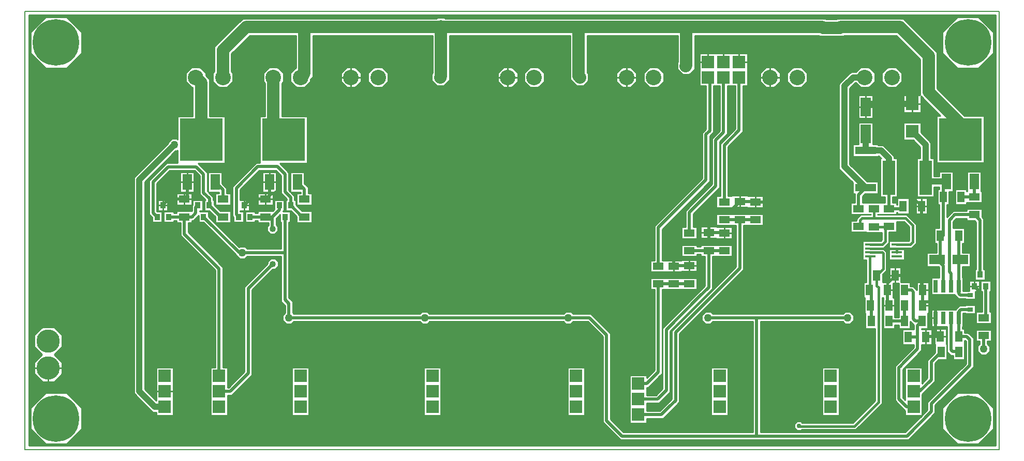
<source format=gbr>
G04 PROTEUS RS274X GERBER FILE*
%FSLAX45Y45*%
%MOMM*%
G01*
%ADD11C,1.016000*%
%ADD10C,0.508000*%
%ADD15C,2.032000*%
%ADD18C,0.381000*%
%ADD19C,1.016000*%
%ADD70C,2.032000*%
%ADD71C,1.270000*%
%ADD20C,0.762000*%
%ADD21C,1.524000*%
%ADD13C,0.254000*%
%ADD23C,3.810000*%
%ADD24C,2.540000*%
%ADD25R,2.032000X2.032000*%
%ADD34R,0.889000X1.016000*%
%ADD72R,6.985000X6.985000*%
%ADD73R,1.524000X2.540000*%
%ADD27R,2.108200X2.108200*%
%ADD33R,0.889000X0.635000*%
%ADD22R,2.032000X5.588000*%
%ADD28R,1.651000X3.048000*%
%ADD35R,1.778000X0.381000*%
%ADD30R,0.635000X2.032000*%
%ADD29R,3.403600X1.244600*%
%ADD32R,2.540000X1.524000*%
%ADD26R,1.143000X1.803400*%
%ADD31R,1.803400X1.143000*%
%ADD36C,7.620000*%
%ADD41C,0.203200*%
G36*
X+8448040Y-4193540D02*
X-7368540Y-4193540D01*
X-7368540Y+2860040D01*
X+8448040Y+2860040D01*
X+8448040Y-4193540D01*
G37*
%LPC*%
G36*
X-6819901Y-2381811D02*
X-6819901Y-2571189D01*
X-6947462Y-2698750D01*
X-6819901Y-2826311D01*
X-6819901Y-3015689D01*
X-6953811Y-3149599D01*
X-7143189Y-3149599D01*
X-7277099Y-3015689D01*
X-7277099Y-2826311D01*
X-7149538Y-2698750D01*
X-7277099Y-2571189D01*
X-7277099Y-2381811D01*
X-7143189Y-2247901D01*
X-6953811Y-2247901D01*
X-6819901Y-2381811D01*
G37*
G36*
X-2260599Y+1773114D02*
X-2260599Y+1909886D01*
X-2163886Y+2006599D01*
X-2027114Y+2006599D01*
X-1930401Y+1909886D01*
X-1930401Y+1773114D01*
X-2027114Y+1676401D01*
X-2163886Y+1676401D01*
X-2260599Y+1773114D01*
G37*
G36*
X-1816099Y+1773114D02*
X-1816099Y+1909886D01*
X-1719386Y+2006599D01*
X-1582614Y+2006599D01*
X-1485901Y+1909886D01*
X-1485901Y+1773114D01*
X-1582614Y+1676401D01*
X-1719386Y+1676401D01*
X-1816099Y+1773114D01*
G37*
G36*
X-2781301Y-3187699D02*
X-2781301Y-3695699D01*
X-3060699Y-3695699D01*
X-3060699Y-2908301D01*
X-2781301Y-2908301D01*
X-2781301Y-3187699D01*
G37*
G36*
X+736601Y+1773114D02*
X+736601Y+1909886D01*
X+833314Y+2006599D01*
X+970086Y+2006599D01*
X+1066799Y+1909886D01*
X+1066799Y+1773114D01*
X+970086Y+1676401D01*
X+833314Y+1676401D01*
X+736601Y+1773114D01*
G37*
G36*
X-622301Y-3187699D02*
X-622301Y-3695699D01*
X-901699Y-3695699D01*
X-901699Y-2908301D01*
X-622301Y-2908301D01*
X-622301Y-3187699D01*
G37*
G36*
X+1727199Y-3187699D02*
X+1727199Y-3695699D01*
X+1447801Y-3695699D01*
X+1447801Y-2908301D01*
X+1727199Y-2908301D01*
X+1727199Y-3187699D01*
G37*
G36*
X+2692401Y+1773114D02*
X+2692401Y+1909886D01*
X+2789114Y+2006599D01*
X+2925886Y+2006599D01*
X+3022599Y+1909886D01*
X+3022599Y+1773114D01*
X+2925886Y+1676401D01*
X+2789114Y+1676401D01*
X+2692401Y+1773114D01*
G37*
G36*
X+4076699Y-3187699D02*
X+4076699Y-3695699D01*
X+3797301Y-3695699D01*
X+3797301Y-2908301D01*
X+4076699Y-2908301D01*
X+4076699Y-3187699D01*
G37*
G36*
X+5892799Y-3187699D02*
X+5892799Y-3695699D01*
X+5613401Y-3695699D01*
X+5613401Y-2908301D01*
X+5892799Y-2908301D01*
X+5892799Y-3187699D01*
G37*
G36*
X+5041901Y+1773114D02*
X+5041901Y+1909886D01*
X+5138614Y+2006599D01*
X+5275386Y+2006599D01*
X+5372099Y+1909886D01*
X+5372099Y+1773114D01*
X+5275386Y+1676401D01*
X+5138614Y+1676401D01*
X+5041901Y+1773114D01*
G37*
G36*
X+6591301Y+1773114D02*
X+6591301Y+1909886D01*
X+6688014Y+2006599D01*
X+6824786Y+2006599D01*
X+6921499Y+1909886D01*
X+6921499Y+1773114D01*
X+6824786Y+1676401D01*
X+6688014Y+1676401D01*
X+6591301Y+1773114D01*
G37*
G36*
X+7230109Y+936833D02*
X+7394499Y+772443D01*
X+7394499Y+515619D01*
X+7445299Y+515619D01*
X+7445299Y+223519D01*
X+7531101Y+223519D01*
X+7531101Y+299719D01*
X+7759699Y+299719D01*
X+7759699Y-30479D01*
X+7689849Y-30479D01*
X+7689849Y-247649D01*
X+7658099Y-247649D01*
X+7658098Y-446753D01*
X+7758970Y-345881D01*
X+7974331Y-345881D01*
X+7974331Y-314131D01*
X+8230869Y-314131D01*
X+8230869Y-447849D01*
X+8260079Y-477059D01*
X+8260079Y-1300481D01*
X+8279129Y-1300481D01*
X+8279129Y-1478279D01*
X+8114031Y-1478279D01*
X+8114031Y-1300481D01*
X+8133081Y-1300481D01*
X+8133081Y-529661D01*
X+8108049Y-504629D01*
X+7974331Y-504629D01*
X+7974331Y-472879D01*
X+7811572Y-472879D01*
X+7759702Y-524749D01*
X+7759702Y-626111D01*
X+7943849Y-626111D01*
X+7943849Y-882649D01*
X+7912099Y-882649D01*
X+7912099Y-1028701D01*
X+8039099Y-1028701D01*
X+8039099Y-1257299D01*
X+7912099Y-1257299D01*
X+7912099Y-1440181D01*
X+7918449Y-1440181D01*
X+7918449Y-1662431D01*
X+7956551Y-1662431D01*
X+7956551Y-1656081D01*
X+8020051Y-1656081D01*
X+8020051Y-1490981D01*
X+8185149Y-1490981D01*
X+8185149Y-1668779D01*
X+8121649Y-1668779D01*
X+8121649Y-1795779D01*
X+7956551Y-1795779D01*
X+7956551Y-1789429D01*
X+7848106Y-1789429D01*
X+7784392Y-1725715D01*
X+7784392Y-1719579D01*
X+7397751Y-1719579D01*
X+7397751Y-1440181D01*
X+7531101Y-1440181D01*
X+7531102Y-1270902D01*
X+7517499Y-1257299D01*
X+7327901Y-1257299D01*
X+7327901Y-1028701D01*
X+7485101Y-1028701D01*
X+7485101Y-882649D01*
X+7453351Y-882649D01*
X+7453351Y-626111D01*
X+7531101Y-626111D01*
X+7531102Y-436880D01*
X+7531101Y-247649D01*
X+7499351Y-247649D01*
X+7499351Y+8889D01*
X+7531101Y+8889D01*
X+7531101Y+45721D01*
X+7445299Y+45721D01*
X+7445299Y-119379D01*
X+7165901Y-119379D01*
X+7165901Y+515619D01*
X+7216701Y+515619D01*
X+7216701Y+698797D01*
X+7104387Y+811111D01*
X+6943091Y+811111D01*
X+6943091Y+1098129D01*
X+7230109Y+1098129D01*
X+7230109Y+936833D01*
G37*
G36*
X+8373109Y-1668779D02*
X+8354059Y-1668779D01*
X+8354059Y-2000251D01*
X+8383269Y-2000251D01*
X+8383269Y-2190749D01*
X+8126731Y-2190749D01*
X+8126731Y-2000251D01*
X+8227061Y-2000251D01*
X+8227061Y-1668779D01*
X+8208011Y-1668779D01*
X+8208011Y-1490981D01*
X+8373109Y-1490981D01*
X+8373109Y-1668779D01*
G37*
G36*
X-551735Y+2806699D02*
X+5673615Y+2806699D01*
X+5686315Y+2793999D01*
X+5847635Y+2793999D01*
X+5860335Y+2806699D01*
X+6941091Y+2806699D01*
X+7495596Y+2252194D01*
X+7495596Y+1658886D01*
X+7941633Y+1212849D01*
X+8261349Y+1212849D01*
X+8261349Y+438151D01*
X+7486651Y+438151D01*
X+7486651Y+1212849D01*
X+7546505Y+1212849D01*
X+7230109Y+1529245D01*
X+7230109Y+1261111D01*
X+6943091Y+1261111D01*
X+6943091Y+1548129D01*
X+7216198Y+1548129D01*
X+7216198Y+2136464D01*
X+6825361Y+2527301D01*
X+5976065Y+2527301D01*
X+5963365Y+2514601D01*
X+5570585Y+2514601D01*
X+5557885Y+2527301D01*
X+3530599Y+2527301D01*
X+3530599Y+1977306D01*
X+3441646Y+1888353D01*
X+3325916Y+1888353D01*
X+3244082Y+1970187D01*
X+3244082Y+2085917D01*
X+3251201Y+2093036D01*
X+3251201Y+2527301D01*
X+1767966Y+2527301D01*
X+1767966Y+1922098D01*
X+1790699Y+1899365D01*
X+1790699Y+1783635D01*
X+1708865Y+1701801D01*
X+1593135Y+1701801D01*
X+1488568Y+1806368D01*
X+1488568Y+2527301D01*
X-482601Y+2527301D01*
X-482601Y+1796335D01*
X-577135Y+1701801D01*
X-692865Y+1701801D01*
X-774699Y+1783635D01*
X-774699Y+1899365D01*
X-761999Y+1912065D01*
X-761999Y+2527301D01*
X-2717801Y+2527301D01*
X-2717801Y+1847135D01*
X-2755901Y+1809035D01*
X-2755901Y+1773114D01*
X-2852614Y+1676401D01*
X-2989386Y+1676401D01*
X-3086099Y+1773114D01*
X-3086099Y+1909886D01*
X-2997199Y+1998786D01*
X-2997199Y+2527301D01*
X-3752135Y+2527301D01*
X-4051301Y+2228135D01*
X-4051301Y+1935286D01*
X-4025901Y+1909886D01*
X-4025901Y+1773114D01*
X-4122614Y+1676401D01*
X-4259386Y+1676401D01*
X-4356099Y+1773114D01*
X-4356099Y+1909886D01*
X-4330699Y+1935286D01*
X-4330699Y+2343865D01*
X-3867865Y+2806699D01*
X-692865Y+2806699D01*
X-680165Y+2819399D01*
X-564435Y+2819399D01*
X-551735Y+2806699D01*
G37*
G36*
X+8216899Y-24131D02*
X+8230869Y-24131D01*
X+8230869Y-214629D01*
X+7979849Y-214629D01*
X+7979849Y-247649D01*
X+7789351Y-247649D01*
X+7789351Y+8889D01*
X+7979849Y+8889D01*
X+7979849Y-24131D01*
X+7988301Y-24131D01*
X+7988301Y+299719D01*
X+8216899Y+299719D01*
X+8216899Y-24131D01*
G37*
G36*
X+6476999Y+1909886D02*
X+6476999Y+1773114D01*
X+6380286Y+1676401D01*
X+6243514Y+1676401D01*
X+6168653Y+1751262D01*
X+6158826Y+1751189D01*
X+6066925Y+1663692D01*
X+6066925Y+416017D01*
X+6349993Y+132949D01*
X+6532879Y+132949D01*
X+6532879Y-67709D01*
X+6314071Y-67709D01*
X+6273799Y-107981D01*
X+6273799Y-214631D01*
X+6642101Y-214631D01*
X+6642101Y-119379D01*
X+6565901Y-119379D01*
X+6565901Y+515619D01*
X+6579879Y+515619D01*
X+6541777Y+553721D01*
X+6532879Y+553721D01*
X+6532879Y+542291D01*
X+6116321Y+542291D01*
X+6116321Y+742949D01*
X+6203951Y+742949D01*
X+6203951Y+1105119D01*
X+6445249Y+1105119D01*
X+6445249Y+742949D01*
X+6532879Y+742949D01*
X+6532879Y+731519D01*
X+6615423Y+731519D01*
X+6794499Y+552443D01*
X+6794499Y+515619D01*
X+6845299Y+515619D01*
X+6845299Y-119379D01*
X+6769099Y-119379D01*
X+6769099Y-214631D01*
X+6833869Y-214631D01*
X+6833869Y-246381D01*
X+6843751Y-246381D01*
X+6843751Y-138431D01*
X+7034249Y-138431D01*
X+7034249Y-394969D01*
X+6843751Y-394969D01*
X+6843751Y-373379D01*
X+6833869Y-373379D01*
X+6833869Y-405129D01*
X+6521449Y-405129D01*
X+6521449Y-409197D01*
X+6998773Y-409197D01*
X+7152439Y-562863D01*
X+7152439Y-877321D01*
X+7075411Y-954349D01*
X+6959599Y-954349D01*
X+6959599Y-1149349D01*
X+6705601Y-1149349D01*
X+6705601Y-840051D01*
X+7028069Y-840051D01*
X+7038141Y-829979D01*
X+7038141Y-610205D01*
X+6951431Y-523495D01*
X+6833869Y-523495D01*
X+6833869Y-695129D01*
X+6704701Y-695129D01*
X+6704701Y-871948D01*
X+6622300Y-954349D01*
X+6529599Y-954349D01*
X+6529599Y-970051D01*
X+6622433Y-970051D01*
X+6668494Y-1016112D01*
X+6668494Y-1321606D01*
X+6602449Y-1387651D01*
X+6602449Y-1515111D01*
X+6711951Y-1515111D01*
X+6711951Y-1273811D01*
X+6902449Y-1273811D01*
X+6902449Y-1515111D01*
X+7054849Y-1515111D01*
X+7054849Y-1579881D01*
X+7101841Y-1579881D01*
X+7164351Y-1642391D01*
X+7164351Y-1515111D01*
X+7354849Y-1515111D01*
X+7354849Y-2025649D01*
X+7344849Y-2025649D01*
X+7344849Y-2279649D01*
X+7240174Y-2279649D01*
X+7240174Y-2284731D01*
X+7406249Y-2284731D01*
X+7406249Y-2541269D01*
X+7240174Y-2541269D01*
X+7240174Y-2633331D01*
X+7202976Y-2670528D01*
X+6931495Y-2942009D01*
X+6931495Y-3402699D01*
X+6972301Y-3443505D01*
X+6972301Y-2908301D01*
X+7251699Y-2908301D01*
X+7251699Y-3170946D01*
X+7337446Y-3085199D01*
X+7337446Y-2790734D01*
X+7463351Y-2664829D01*
X+7463351Y-2533649D01*
X+7453351Y-2533649D01*
X+7453351Y-2277111D01*
X+7643849Y-2277111D01*
X+7643849Y-2531111D01*
X+7653849Y-2531111D01*
X+7653849Y-2787649D01*
X+7520131Y-2787649D01*
X+7464444Y-2843336D01*
X+7464444Y-3137802D01*
X+7427246Y-3174999D01*
X+7251699Y-3350546D01*
X+7251699Y-3692781D01*
X+7336337Y-3608143D01*
X+7336337Y-3480097D01*
X+7966110Y-2850324D01*
X+7966110Y-2484386D01*
X+7950603Y-2468879D01*
X+7943849Y-2468879D01*
X+7943849Y-2787649D01*
X+7753351Y-2787649D01*
X+7753351Y-2714592D01*
X+7718398Y-2714592D01*
X+7658101Y-2654295D01*
X+7658101Y-2240279D01*
X+7397751Y-2240279D01*
X+7397751Y-1960881D01*
X+7795271Y-1960881D01*
X+7858771Y-1897381D01*
X+7956551Y-1897381D01*
X+7956551Y-1891031D01*
X+8121649Y-1891031D01*
X+8121649Y-2030729D01*
X+7956551Y-2030729D01*
X+7956551Y-2024379D01*
X+7918449Y-2024379D01*
X+7918449Y-2240279D01*
X+7912099Y-2240279D01*
X+7912099Y-2277111D01*
X+7943849Y-2277111D01*
X+7943849Y-2341881D01*
X+8003205Y-2341881D01*
X+8093108Y-2431784D01*
X+8093108Y-2902926D01*
X+7463335Y-3532699D01*
X+7463335Y-3660745D01*
X+7026003Y-4098077D01*
X+3877768Y-4098077D01*
X+3825285Y-4098076D01*
X+3772802Y-4098077D01*
X+2308886Y-4098077D01*
X+2021779Y-3810970D01*
X+2021779Y-2402384D01*
X+1778394Y-2158999D01*
X+1540684Y-2158999D01*
X+1502584Y-2197099D01*
X+1418416Y-2197099D01*
X+1380316Y-2158999D01*
X-808816Y-2158999D01*
X-846916Y-2197099D01*
X-931084Y-2197099D01*
X-969184Y-2158999D01*
X-3031316Y-2158999D01*
X-3069416Y-2197099D01*
X-3153584Y-2197099D01*
X-3213099Y-2137584D01*
X-3213099Y-2053416D01*
X-3174999Y-2015316D01*
X-3174999Y-1896665D01*
X-3238499Y-1833165D01*
X-3238499Y-1094865D01*
X-3793316Y-1094865D01*
X-3831416Y-1132965D01*
X-3915584Y-1132965D01*
X-3975099Y-1073450D01*
X-3975099Y-1067702D01*
X-3985133Y-1057667D01*
X-4509401Y-533399D01*
X-4591049Y-533399D01*
X-4591049Y-426349D01*
X-4672699Y-507999D01*
X-4697731Y-507999D01*
X-4697731Y-539749D01*
X-4759582Y-539749D01*
X-4759582Y-698109D01*
X-4191001Y-1266690D01*
X-4191001Y-2908301D01*
X-4114801Y-2908301D01*
X-4114801Y-3238501D01*
X-4099550Y-3238501D01*
X-3841398Y-2980349D01*
X-3841398Y-1591835D01*
X-3463854Y-1214291D01*
X-3463854Y-1178369D01*
X-3411778Y-1126293D01*
X-3338132Y-1126293D01*
X-3286056Y-1178369D01*
X-3286056Y-1252015D01*
X-3338132Y-1304091D01*
X-3374054Y-1304091D01*
X-3714400Y-1644437D01*
X-3714400Y-3032952D01*
X-3751598Y-3070149D01*
X-4046948Y-3365499D01*
X-4114801Y-3365499D01*
X-4114801Y-3695699D01*
X-4394199Y-3695699D01*
X-4394199Y-2908301D01*
X-4317999Y-2908301D01*
X-4317999Y-1319292D01*
X-4886580Y-750711D01*
X-4886580Y-539749D01*
X-4954269Y-539749D01*
X-4954269Y-507999D01*
X-4997451Y-507999D01*
X-4997451Y-533399D01*
X-5162549Y-533399D01*
X-5162549Y-355601D01*
X-4997451Y-355601D01*
X-4997451Y-381001D01*
X-4954269Y-381001D01*
X-4954269Y-349251D01*
X-4698999Y-349251D01*
X-4698999Y-260719D01*
X-4685029Y-246749D01*
X-4685029Y-165101D01*
X-4519931Y-165101D01*
X-4519931Y-342899D01*
X-4572001Y-342899D01*
X-4572001Y-355601D01*
X-4425951Y-355601D01*
X-4425951Y-437249D01*
X-3924508Y-938692D01*
X-3915584Y-929767D01*
X-3831416Y-929767D01*
X-3793316Y-967867D01*
X-3238499Y-967867D01*
X-3238499Y-533399D01*
X-3257549Y-533399D01*
X-3257549Y-408809D01*
X-3319541Y-470801D01*
X-3319541Y-574135D01*
X-3291071Y-602605D01*
X-3291071Y-676251D01*
X-3343147Y-728327D01*
X-3416793Y-728327D01*
X-3468869Y-676251D01*
X-3468869Y-602605D01*
X-3446539Y-580275D01*
X-3446539Y-539749D01*
X-3620769Y-539749D01*
X-3620769Y-507999D01*
X-3663951Y-507999D01*
X-3663951Y-533399D01*
X-3829049Y-533399D01*
X-3829049Y-355601D01*
X-3663951Y-355601D01*
X-3663951Y-381001D01*
X-3620769Y-381001D01*
X-3620769Y-349251D01*
X-3377591Y-349251D01*
X-3351529Y-323189D01*
X-3351529Y-165101D01*
X-3186431Y-165101D01*
X-3186431Y-342899D01*
X-3205481Y-342899D01*
X-3205481Y-355601D01*
X-3092451Y-355601D01*
X-3092451Y-533399D01*
X-3111501Y-533399D01*
X-3111501Y-1768401D01*
X-3048001Y-1831901D01*
X-3048001Y-2015316D01*
X-3031316Y-2032001D01*
X-969184Y-2032001D01*
X-931084Y-1993901D01*
X-846916Y-1993901D01*
X-808816Y-2032001D01*
X+1380316Y-2032001D01*
X+1418416Y-1993901D01*
X+1502584Y-1993901D01*
X+1540684Y-2032001D01*
X+1830997Y-2032001D01*
X+1868194Y-2069199D01*
X+2148775Y-2349780D01*
X+2148775Y-3758366D01*
X+2361488Y-3971079D01*
X+3772802Y-3971079D01*
X+3825285Y-3971080D01*
X+3877768Y-3971079D01*
X+4479988Y-3971079D01*
X+4479988Y-2894698D01*
X+4479989Y-2762250D01*
X+4479988Y-2603500D01*
X+4479988Y-2158999D01*
X+3826684Y-2158999D01*
X+3788584Y-2197099D01*
X+3704416Y-2197099D01*
X+3644901Y-2137584D01*
X+3644901Y-2053416D01*
X+3704416Y-1993901D01*
X+3788584Y-1993901D01*
X+3826684Y-2032001D01*
X+5952316Y-2032001D01*
X+5990416Y-1993901D01*
X+6074584Y-1993901D01*
X+6134099Y-2053416D01*
X+6134099Y-2137584D01*
X+6074584Y-2197099D01*
X+5990416Y-2197099D01*
X+5952316Y-2158999D01*
X+4606986Y-2158999D01*
X+4606986Y-2629802D01*
X+4606985Y-2762250D01*
X+4606986Y-2894698D01*
X+4606986Y-3971079D01*
X+6973401Y-3971079D01*
X+7248781Y-3695699D01*
X+6972301Y-3695699D01*
X+6972301Y-3619499D01*
X+6968695Y-3619499D01*
X+6804497Y-3455302D01*
X+6804497Y-2889407D01*
X+7113176Y-2580728D01*
X+7113176Y-2541269D01*
X+6925751Y-2541269D01*
X+6925751Y-2284731D01*
X+7113176Y-2284731D01*
X+7113176Y-2214879D01*
X+7110970Y-2214879D01*
X+7108375Y-2212285D01*
X+7054849Y-2158759D01*
X+7054849Y-2279649D01*
X+6864351Y-2279649D01*
X+6864351Y-2214879D01*
X+6800849Y-2214879D01*
X+6800849Y-2279649D01*
X+6610351Y-2279649D01*
X+6610351Y-1771649D01*
X+6593212Y-1771649D01*
X+6593212Y-3503618D01*
X+6165261Y-3931569D01*
X+5282523Y-3931569D01*
X+5266643Y-3947449D01*
X+5203517Y-3947449D01*
X+5158881Y-3902813D01*
X+5158881Y-3839687D01*
X+5203517Y-3795051D01*
X+5266643Y-3795051D01*
X+5288863Y-3817271D01*
X+6117919Y-3817271D01*
X+6478914Y-3456276D01*
X+6478914Y-2279649D01*
X+6320351Y-2279649D01*
X+6320351Y-2025649D01*
X+6310351Y-2025649D01*
X+6310351Y-1771649D01*
X+6292851Y-1771649D01*
X+6292851Y-1515111D01*
X+6336564Y-1515111D01*
X+6336564Y-1149349D01*
X+6275601Y-1149349D01*
X+6275601Y-840051D01*
X+6574958Y-840051D01*
X+6590403Y-824606D01*
X+6590403Y-705129D01*
X+6336031Y-705129D01*
X+6336031Y-695129D01*
X+6082031Y-695129D01*
X+6082031Y-504631D01*
X+6173761Y-504631D01*
X+6173761Y-479315D01*
X+6243879Y-409197D01*
X+6407151Y-409197D01*
X+6407151Y-405129D01*
X+6082031Y-405129D01*
X+6082031Y-214631D01*
X+6146801Y-214631D01*
X+6146801Y-67709D01*
X+6116321Y-67709D01*
X+6116321Y+115177D01*
X+5889127Y+342371D01*
X+5889127Y+1720049D01*
X+5903509Y+1753600D01*
X+5916727Y+1766185D01*
X+6087114Y+1928406D01*
X+6166159Y+1929244D01*
X+6243514Y+2006599D01*
X+6380286Y+2006599D01*
X+6476999Y+1909886D01*
G37*
G36*
X+6445249Y+1168621D02*
X+6203951Y+1168621D01*
X+6203951Y+1549619D01*
X+6445249Y+1549619D01*
X+6445249Y+1168621D01*
G37*
G36*
X+8383269Y-2480749D02*
X+8318499Y-2480749D01*
X+8318499Y-2523316D01*
X+8356599Y-2561416D01*
X+8356599Y-2645584D01*
X+8297084Y-2705099D01*
X+8212916Y-2705099D01*
X+8153401Y-2645584D01*
X+8153401Y-2561416D01*
X+8191501Y-2523316D01*
X+8191501Y-2480749D01*
X+8126731Y-2480749D01*
X+8126731Y-2290251D01*
X+8383269Y-2290251D01*
X+8383269Y-2480749D01*
G37*
G36*
X+7143751Y-138431D02*
X+7334249Y-138431D01*
X+7334249Y-394969D01*
X+7143751Y-394969D01*
X+7143751Y-138431D01*
G37*
G36*
X-7340599Y-3920096D02*
X-7340599Y-3572904D01*
X-7095096Y-3327401D01*
X-6747904Y-3327401D01*
X-6502401Y-3572904D01*
X-6502401Y-3920096D01*
X-6747904Y-4165599D01*
X-7095096Y-4165599D01*
X-7340599Y-3920096D01*
G37*
G36*
X-7340599Y+2239404D02*
X-7340599Y+2586596D01*
X-7095096Y+2832099D01*
X-6747904Y+2832099D01*
X-6502401Y+2586596D01*
X-6502401Y+2239404D01*
X-6747904Y+1993901D01*
X-7095096Y+1993901D01*
X-7340599Y+2239404D01*
G37*
G36*
X+7581901Y+2239404D02*
X+7581901Y+2586596D01*
X+7827404Y+2832099D01*
X+8174596Y+2832099D01*
X+8420099Y+2586596D01*
X+8420099Y+2239404D01*
X+8174596Y+1993901D01*
X+7827404Y+1993901D01*
X+7581901Y+2239404D01*
G37*
G36*
X+7581901Y-3920096D02*
X+7581901Y-3572904D01*
X+7827404Y-3327401D01*
X+8174596Y-3327401D01*
X+8420099Y-3572904D01*
X+8420099Y-3920096D01*
X+8174596Y-4165599D01*
X+7827404Y-4165599D01*
X+7581901Y-3920096D01*
G37*
G36*
X-4470401Y+1909886D02*
X-4470401Y+1873965D01*
X-4406901Y+1810465D01*
X-4406901Y+1205229D01*
X-4159251Y+1205229D01*
X-4159251Y+430531D01*
X-4595231Y+430531D01*
X-4445001Y+280301D01*
X-4445001Y-20294D01*
X-4432299Y-32996D01*
X-4432299Y+292099D01*
X-4203701Y+292099D01*
X-4203701Y+102501D01*
X-4127501Y+26301D01*
X-4127501Y-59251D01*
X-4062731Y-59251D01*
X-4062731Y-249749D01*
X-4319269Y-249749D01*
X-4319269Y-59251D01*
X-4254499Y-59251D01*
X-4254499Y-38099D01*
X-4427196Y-38099D01*
X-4347525Y-117770D01*
X-4347525Y-165101D01*
X-4331971Y-165101D01*
X-4331971Y-246749D01*
X-4229469Y-349251D01*
X-4062731Y-349251D01*
X-4062731Y-539749D01*
X-4319269Y-539749D01*
X-4319269Y-439051D01*
X-4415421Y-342899D01*
X-4497069Y-342899D01*
X-4497069Y-165101D01*
X-4479794Y-165101D01*
X-4571999Y-72896D01*
X-4571999Y+227699D01*
X-4656059Y+311759D01*
X-5057492Y+311759D01*
X-5270501Y+98750D01*
X-5270501Y-352159D01*
X-5267059Y-355601D01*
X-5185411Y-355601D01*
X-5185411Y-533399D01*
X-5350509Y-533399D01*
X-5350509Y-451751D01*
X-5397499Y-404761D01*
X-5397499Y+151352D01*
X-5110094Y+438757D01*
X-4933949Y+438757D01*
X-4933949Y+647853D01*
X-4947268Y+634534D01*
X-4965229Y+634534D01*
X-5472084Y+127679D01*
X-5472084Y-3265177D01*
X-5283199Y-3454062D01*
X-5283199Y-2908301D01*
X-5003801Y-2908301D01*
X-5003801Y-3695699D01*
X-5283199Y-3695699D01*
X-5283199Y-3644899D01*
X-5343806Y-3644899D01*
X-5649882Y-3338823D01*
X-5649882Y+201325D01*
X-5090951Y+760256D01*
X-5090951Y+778217D01*
X-5031436Y+837732D01*
X-4947268Y+837732D01*
X-4933949Y+824413D01*
X-4933949Y+1205229D01*
X-4686299Y+1205229D01*
X-4686299Y+1676401D01*
X-4703886Y+1676401D01*
X-4800599Y+1773114D01*
X-4800599Y+1909886D01*
X-4703886Y+2006599D01*
X-4567114Y+2006599D01*
X-4470401Y+1909886D01*
G37*
G36*
X-4889499Y+292099D02*
X-4660901Y+292099D01*
X-4660901Y-38099D01*
X-4889499Y-38099D01*
X-4889499Y+292099D01*
G37*
G36*
X-3200401Y+1909886D02*
X-3200401Y+1773114D01*
X-3225801Y+1747714D01*
X-3225801Y+1205229D01*
X-2813051Y+1205229D01*
X-2813051Y+430531D01*
X-3261731Y+430531D01*
X-3111501Y+280301D01*
X-3111501Y-9453D01*
X-3086099Y-34855D01*
X-3086099Y+292099D01*
X-2857501Y+292099D01*
X-2857501Y+102501D01*
X-2794001Y+39001D01*
X-2794001Y-59251D01*
X-2729231Y-59251D01*
X-2729231Y-249749D01*
X-2985769Y-249749D01*
X-2985769Y-59251D01*
X-2920999Y-59251D01*
X-2920999Y-38099D01*
X-3082855Y-38099D01*
X-3017877Y-103077D01*
X-3017877Y-165101D01*
X-2998471Y-165101D01*
X-2998471Y-246749D01*
X-2895969Y-349251D01*
X-2729231Y-349251D01*
X-2729231Y-539749D01*
X-2985769Y-539749D01*
X-2985769Y-439051D01*
X-3081921Y-342899D01*
X-3163569Y-342899D01*
X-3163569Y-165101D01*
X-3144875Y-165101D01*
X-3144875Y-155679D01*
X-3238499Y-62055D01*
X-3238499Y+227699D01*
X-3328302Y+317502D01*
X-3593198Y+317502D01*
X-3909108Y+1592D01*
X-3909108Y-165101D01*
X-3757931Y-165101D01*
X-3757931Y-342899D01*
X-3909108Y-342899D01*
X-3909108Y-355601D01*
X-3851911Y-355601D01*
X-3851911Y-533399D01*
X-4017009Y-533399D01*
X-4017009Y-451751D01*
X-4036106Y-432654D01*
X-4036106Y+54194D01*
X-3645802Y+444498D01*
X-3587749Y+444498D01*
X-3587749Y+1205229D01*
X-3505199Y+1205229D01*
X-3505199Y+1747714D01*
X-3530599Y+1773114D01*
X-3530599Y+1909886D01*
X-3433886Y+2006599D01*
X-3297114Y+2006599D01*
X-3200401Y+1909886D01*
G37*
G36*
X-3314701Y-25400D02*
X-3286218Y-25400D01*
X-3263900Y-47718D01*
X-3263900Y-79282D01*
X-3286218Y-101600D01*
X-3317782Y-101600D01*
X-3340100Y-79282D01*
X-3340100Y-47718D01*
X-3330481Y-38099D01*
X-3543299Y-38099D01*
X-3543299Y+292099D01*
X-3314701Y+292099D01*
X-3314701Y-25400D01*
G37*
G36*
X-5091431Y-342899D02*
X-5256529Y-342899D01*
X-5256529Y-165101D01*
X-5091431Y-165101D01*
X-5091431Y-342899D01*
G37*
G36*
X-4954269Y-249749D02*
X-4954269Y-59251D01*
X-4697731Y-59251D01*
X-4697731Y-249749D01*
X-4954269Y-249749D01*
G37*
G36*
X-3620769Y-249749D02*
X-3620769Y-59251D01*
X-3364231Y-59251D01*
X-3364231Y-249749D01*
X-3620769Y-249749D01*
G37*
G36*
X+4394199Y+1955801D02*
X+4394199Y+1701801D01*
X+4316557Y+1701801D01*
X+4316557Y+1559756D01*
X+4316556Y+1491529D01*
X+4316557Y+1423302D01*
X+4316557Y+944550D01*
X+4073999Y+701992D01*
X+4073999Y-105251D01*
X+4136231Y-105251D01*
X+4136231Y-95251D01*
X+4392769Y-95251D01*
X+4392769Y-105251D01*
X+4646769Y-105251D01*
X+4646769Y-295749D01*
X+4390231Y-295749D01*
X+4390231Y-285749D01*
X+4138769Y-285749D01*
X+4138769Y-295749D01*
X+3882231Y-295749D01*
X+3882231Y-105251D01*
X+3947001Y-105251D01*
X+3947001Y+754594D01*
X+4189559Y+997152D01*
X+4189559Y+1423302D01*
X+4189560Y+1491529D01*
X+4189559Y+1586058D01*
X+4189559Y+1701801D01*
X+4063999Y+1701801D01*
X+4063999Y+913775D01*
X+3936999Y+786775D01*
X+3936999Y+37199D01*
X+3502499Y-397301D01*
X+3502499Y-613251D01*
X+3567269Y-613251D01*
X+3567269Y-803749D01*
X+3310731Y-803749D01*
X+3310731Y-613251D01*
X+3375501Y-613251D01*
X+3375501Y-344699D01*
X+3810001Y+89801D01*
X+3810001Y+839377D01*
X+3937001Y+966377D01*
X+3937001Y+1701801D01*
X+3836877Y+1701801D01*
X+3836877Y+937344D01*
X+3776401Y+876868D01*
X+3776401Y+134072D01*
X+2994499Y-647830D01*
X+2994499Y-1157251D01*
X+3310731Y-1157251D01*
X+3310731Y-1147251D01*
X+3567269Y-1147251D01*
X+3567269Y-1337749D01*
X+3313269Y-1337749D01*
X+3313269Y-1347749D01*
X+2802731Y-1347749D01*
X+2802731Y-1157251D01*
X+2867501Y-1157251D01*
X+2867501Y-595228D01*
X+3649403Y+186674D01*
X+3649403Y+929470D01*
X+3709879Y+989946D01*
X+3709879Y+1701801D01*
X+3606801Y+1701801D01*
X+3606801Y+2235199D01*
X+4394199Y+2235199D01*
X+4394199Y+1955801D01*
G37*
G36*
X+4646769Y-585749D02*
X+4327999Y-585749D01*
X+4327999Y-1312650D01*
X+3279423Y-2361226D01*
X+3279423Y-3479087D01*
X+3012012Y-3746499D01*
X+2947303Y-3746498D01*
X+2947302Y-3746499D01*
X+2894698Y-3746499D01*
X+2762250Y-3746498D01*
X+2743199Y-3746499D01*
X+2743199Y-3822699D01*
X+2463801Y-3822699D01*
X+2463801Y-3035301D01*
X+2743199Y-3035301D01*
X+2743199Y-3082501D01*
X+2867501Y-2958199D01*
X+2867501Y-1637749D01*
X+2802731Y-1637749D01*
X+2802731Y-1447251D01*
X+3567269Y-1447251D01*
X+3567269Y-1637749D01*
X+2994499Y-1637749D01*
X+2994499Y-3010802D01*
X+2957301Y-3047999D01*
X+2766801Y-3238499D01*
X+2743199Y-3238499D01*
X+2743199Y-3365501D01*
X+2762250Y-3365502D01*
X+2894699Y-3365501D01*
X+3001067Y-3259133D01*
X+3001067Y-2268314D01*
X+3693001Y-1576380D01*
X+3693001Y-1093749D01*
X+3628231Y-1093749D01*
X+3628231Y-1061999D01*
X+3597750Y-1061998D01*
X+3567269Y-1061999D01*
X+3567269Y-1093749D01*
X+3310731Y-1093749D01*
X+3310731Y-903251D01*
X+3567269Y-903251D01*
X+3567269Y-935001D01*
X+3597750Y-935002D01*
X+3628231Y-935001D01*
X+3628231Y-903251D01*
X+4138769Y-903251D01*
X+4138769Y-1093749D01*
X+3819999Y-1093749D01*
X+3819999Y-1628982D01*
X+3128065Y-2320916D01*
X+3128065Y-3311736D01*
X+3090867Y-3348933D01*
X+2947302Y-3492499D01*
X+2762250Y-3492498D01*
X+2743199Y-3492499D01*
X+2743199Y-3619501D01*
X+2762250Y-3619502D01*
X+2947302Y-3619501D01*
X+2947303Y-3619502D01*
X+2959408Y-3619502D01*
X+3152425Y-3426485D01*
X+3152425Y-2308624D01*
X+4201001Y-1260048D01*
X+4201001Y-585749D01*
X+3882231Y-585749D01*
X+3882231Y-395251D01*
X+4646769Y-395251D01*
X+4646769Y-585749D01*
G37*
G36*
X+3884769Y-613251D02*
X+4138769Y-613251D01*
X+4138769Y-803749D01*
X+3882231Y-803749D01*
X+3882231Y-793749D01*
X+3628231Y-793749D01*
X+3628231Y-603251D01*
X+3884769Y-603251D01*
X+3884769Y-613251D01*
G37*
G36*
X+304801Y+1773114D02*
X+304801Y+1909886D01*
X+401514Y+2006599D01*
X+538286Y+2006599D01*
X+634999Y+1909886D01*
X+634999Y+1773114D01*
X+538286Y+1676401D01*
X+401514Y+1676401D01*
X+304801Y+1773114D01*
G37*
G36*
X+2247901Y+1773114D02*
X+2247901Y+1909886D01*
X+2344614Y+2006599D01*
X+2481386Y+2006599D01*
X+2578099Y+1909886D01*
X+2578099Y+1773114D01*
X+2481386Y+1676401D01*
X+2344614Y+1676401D01*
X+2247901Y+1773114D01*
G37*
G36*
X+4597401Y+1773114D02*
X+4597401Y+1909886D01*
X+4694114Y+2006599D01*
X+4830886Y+2006599D01*
X+4927599Y+1909886D01*
X+4927599Y+1773114D01*
X+4830886Y+1676401D01*
X+4694114Y+1676401D01*
X+4597401Y+1773114D01*
G37*
G36*
X-3270250Y-1918151D02*
X-3270250Y-1891849D01*
X-3251651Y-1873250D01*
X-3225349Y-1873250D01*
X-3206750Y-1891849D01*
X-3206750Y-1918151D01*
X-3225349Y-1936750D01*
X-3251651Y-1936750D01*
X-3270250Y-1918151D01*
G37*
G36*
X-3530600Y-1920782D02*
X-3530600Y-1889218D01*
X-3508282Y-1866900D01*
X-3476718Y-1866900D01*
X-3454400Y-1889218D01*
X-3454400Y-1920782D01*
X-3476718Y-1943100D01*
X-3508282Y-1943100D01*
X-3530600Y-1920782D01*
G37*
G36*
X-5111750Y-76651D02*
X-5111750Y-50349D01*
X-5093151Y-31750D01*
X-5066849Y-31750D01*
X-5048250Y-50349D01*
X-5048250Y-76651D01*
X-5066849Y-95250D01*
X-5093151Y-95250D01*
X-5111750Y-76651D01*
G37*
G36*
X+4718050Y+634549D02*
X+4718050Y+660851D01*
X+4736649Y+679450D01*
X+4762951Y+679450D01*
X+4781550Y+660851D01*
X+4781550Y+634549D01*
X+4762951Y+615950D01*
X+4736649Y+615950D01*
X+4718050Y+634549D01*
G37*
G36*
X+6540500Y+1571718D02*
X+6540500Y+1603282D01*
X+6562818Y+1625600D01*
X+6594382Y+1625600D01*
X+6616700Y+1603282D01*
X+6616700Y+1571718D01*
X+6594382Y+1549400D01*
X+6562818Y+1549400D01*
X+6540500Y+1571718D01*
G37*
G36*
X+4741048Y+2270218D02*
X+4741048Y+2301782D01*
X+4763366Y+2324100D01*
X+4794930Y+2324100D01*
X+4817248Y+2301782D01*
X+4817248Y+2270218D01*
X+4794930Y+2247900D01*
X+4763366Y+2247900D01*
X+4741048Y+2270218D01*
G37*
%LPD*%
G36*
X+6864351Y-1771649D02*
X+6864351Y-2087881D01*
X+6800849Y-2087881D01*
X+6800849Y-1769111D01*
X+6773349Y-1769111D01*
X+6773349Y-1530349D01*
X+6864351Y-1530349D01*
X+6864351Y-1771649D01*
G37*
D11*
X+7305600Y+198120D02*
X+7305600Y+735620D01*
X+7086600Y+954620D01*
X+7645400Y+134620D02*
X+7369100Y+134620D01*
X+7305600Y+198120D01*
X+6324600Y+642620D02*
X+6324600Y+914620D01*
X+6705600Y+198120D02*
X+6705600Y+515620D01*
X+6578600Y+642620D01*
X+6324600Y+642620D01*
D10*
X+7594600Y-119380D02*
X+7594600Y+83820D01*
X+7645400Y+134620D01*
X+7884600Y-119380D02*
X+8102600Y-119380D01*
X+8102600Y+134620D01*
X+8196580Y-1389380D02*
X+8196580Y-503360D01*
X+8159750Y-466530D01*
X+8102600Y-409380D01*
X+7548600Y-754380D02*
X+7594600Y-754380D01*
X+7594600Y-119380D01*
X+8039100Y-1725930D02*
X+7874407Y-1725930D01*
X+7847891Y-1699414D01*
X+7847891Y-1580589D01*
X+7848600Y-1579880D01*
X+7259600Y-1643380D02*
X+7259600Y-1897380D01*
X+7467600Y-2100580D02*
X+7467600Y-1833880D01*
X+8102600Y-1579880D02*
X+8166100Y-1643380D01*
X+8166100Y-1833880D01*
X+7467600Y-1833880D01*
X+7278892Y-1833880D01*
X+7265528Y-1847244D01*
X+7259600Y-1897380D01*
X+6678100Y-1643380D02*
X+6678100Y-1869880D01*
X+6705600Y-1897380D01*
X+6959600Y-1897380D02*
X+6959600Y-2151380D01*
X+6705600Y-2151380D01*
X+6388100Y-1643380D02*
X+6415600Y-1643380D01*
X+6415600Y-2151380D02*
X+6415600Y-1987550D01*
X+6405600Y-1897380D01*
X+6415600Y-1987550D02*
X+6415600Y-1643380D01*
X+7467600Y-2100580D02*
X+7467600Y-2399087D01*
X+7461307Y-2405380D01*
X+7721600Y-2100580D02*
X+7721600Y-2627994D01*
X+7744699Y-2651093D01*
X+7840313Y-2651093D01*
X+7848600Y-2659380D01*
X+7848600Y-2405380D02*
X+7848600Y-2100580D01*
X+7847891Y-2099871D01*
X+7848600Y-2100580D01*
X+8039100Y-1960880D02*
X+7885072Y-1960880D01*
X+7847891Y-1998061D01*
X+7847891Y-2099871D01*
X+6959600Y-1643380D02*
X+7075540Y-1643380D01*
X+7104260Y-1672100D01*
X+7104260Y-2118369D01*
X+7134677Y-2148786D02*
X+7156505Y-2148786D01*
X+7247006Y-2148786D01*
X+7249600Y-2151380D01*
X+7104260Y-2118369D02*
X+7134677Y-2148786D01*
X+7137271Y-2151380D01*
X+7159099Y-2151380D01*
X+7249600Y-2151380D02*
X+7159099Y-2151380D01*
X+7156505Y-2148786D01*
X+7048500Y-3556000D02*
X+7048500Y-3556000D01*
X-5080000Y-444500D02*
X-4826000Y-444500D01*
X-4699000Y-444500D01*
X-4635500Y-381000D01*
X-4635500Y-287020D01*
X-4602480Y-254000D01*
X-4414520Y-254000D02*
X-4224020Y-444500D01*
X-4191000Y-444500D01*
X-4191000Y-154500D02*
X-4191000Y+0D01*
X-4318000Y+127000D01*
X-3746500Y-444500D02*
X-3492500Y-444500D01*
X-3934460Y-444500D02*
X-3972607Y-406353D01*
X-3972607Y-383439D01*
X-3972607Y+27893D01*
X-3619500Y+381000D01*
X-3302000Y+381000D01*
X-3175000Y+254000D01*
X-3175000Y-35754D01*
X-3081376Y-129378D01*
X-3081376Y-253644D01*
X-3081020Y-254000D01*
X-2890520Y-444500D01*
X-2857500Y-444500D01*
X-2857500Y-154500D02*
X-2857500Y+12700D01*
X-2971800Y+127000D01*
X-5173980Y-254000D02*
X-5074480Y-154500D01*
X-4826000Y-154500D01*
X-3429000Y-91000D02*
X-3429000Y+127000D01*
X-1016000Y-2095500D02*
X-889000Y-2095500D01*
X+1333500Y-2095500D02*
X+1460500Y-2095500D01*
X-889000Y-2095500D02*
X+1333500Y-2095500D01*
X-5267960Y-444500D02*
X-5334000Y-378460D01*
X-5334000Y+125051D01*
X-5083793Y+375258D01*
X-4629758Y+375258D01*
X-4508500Y+254000D01*
X-4508500Y-46595D01*
X-4411024Y-144071D01*
X-4411024Y-250504D01*
X-4414520Y-254000D01*
X-3111500Y-2095500D02*
X-2984500Y-2095500D01*
X+2931000Y-1542500D02*
X+3185000Y-1542500D01*
X+3439000Y-1542500D01*
X+3196111Y-1242500D02*
X+3185000Y-1252500D01*
X+3195000Y-1242500D01*
X+3196111Y-1242500D01*
X+3439000Y-1242500D01*
X+3439000Y-998500D02*
X+3756500Y-998500D01*
X+4010500Y-998500D01*
X+3756500Y-698500D02*
X+4000500Y-698500D01*
X+4010500Y-708500D01*
X+4010500Y-490500D02*
X+4264500Y-490500D01*
X+4518500Y-490500D01*
X+4264500Y-190500D02*
X+4508500Y-190500D01*
X+4518500Y-200500D01*
X+1460500Y-2095500D02*
X+1804695Y-2095500D01*
X+3746500Y-2095500D02*
X+4534399Y-2095500D01*
X+6032500Y-2095500D01*
X+6892102Y-2891602D02*
X+6956191Y-2827513D01*
X+7176675Y-2607029D01*
X+7176675Y-2540000D01*
X+4543487Y-2921000D02*
X+4543487Y-2603500D01*
X+4543487Y-2104588D01*
X+4534399Y-2095500D01*
X+1804695Y-2095500D02*
X+2085277Y-2376082D01*
X+2085277Y-3784668D01*
X+2335187Y-4034578D01*
X+3746500Y-4034578D01*
X+4543487Y-3429000D02*
X+4543487Y-2921000D01*
X-3175000Y-444500D02*
X-3175000Y-600328D01*
X-2984500Y-2095500D02*
X-2886364Y-2095500D01*
X-1016000Y-2095500D01*
X-3111500Y-2095500D02*
X-3111500Y-1870364D01*
X-3111500Y-1858202D01*
X-3175000Y-1794702D01*
X-3175000Y-1806864D01*
X-3111500Y-1870364D01*
X-3492500Y-154500D02*
X-3429000Y-91000D01*
X-3492500Y-1905000D02*
X-3238500Y-1905000D01*
X+7548600Y-2405380D02*
X+7461307Y-2405380D01*
X+7318620Y-2405380D01*
X+7311000Y-2413000D01*
X+7021000Y-2413000D02*
X+7167111Y-2413000D01*
X+7176675Y-2403436D01*
X+7249600Y-2151380D02*
X+7176675Y-2224305D01*
X+7176675Y-2403436D01*
X+7176675Y-2540000D01*
X+3937909Y-4034578D02*
X+3904070Y-4034578D01*
X+3746500Y-4034578D02*
X+3904070Y-4034578D01*
X+4543487Y-3429000D02*
X+4543487Y-4022322D01*
X+4531231Y-4034578D01*
X+3937909Y-4034578D01*
X+8255000Y-2095500D02*
X+8290560Y-2059940D01*
X+8290560Y-1579880D01*
X+8255000Y-2385500D02*
X+8255000Y-2603500D01*
X+7485117Y-3421117D02*
X+7512202Y-3394032D01*
X+7548617Y-3357617D01*
X+8029609Y-2876625D01*
X+8029609Y-2748581D01*
X+7848600Y-2405380D02*
X+7976904Y-2405380D01*
X+8029609Y-2458085D01*
X+8029609Y-2748581D01*
X+7485117Y-3421117D02*
X+7399836Y-3506398D01*
X+7399836Y-3634444D01*
X+6999702Y-4034578D01*
X+4531231Y-4034578D01*
X-3850451Y-1031366D02*
X-3176537Y-1031366D01*
X-3175000Y-1029829D01*
X-3175000Y-600328D02*
X-3175000Y-1029829D01*
X-3175000Y-1794702D01*
X-3492500Y-444500D02*
X-3383040Y-444500D01*
X-3281995Y-343455D01*
X-3268980Y-330440D01*
X-3268980Y-254000D01*
X-3383040Y-444500D02*
X-3383040Y-636358D01*
X-3379970Y-639428D01*
X-3374955Y-1215192D02*
X-3777899Y-1618136D01*
X-3777899Y-2474648D01*
X-3777899Y-2794000D01*
D11*
X+6747149Y+1404620D02*
X+6778507Y+1404620D01*
X+1651000Y+1841500D02*
X+1651000Y+2644267D01*
X+1628267Y+2667000D01*
X-4989352Y+736133D02*
X-5560983Y+164502D01*
X-5560983Y-454820D01*
X-5560983Y-3238500D01*
X-635000Y+2032000D02*
X-635000Y+2634074D01*
X-635000Y+2638256D01*
X-663744Y+2667000D01*
D15*
X-1206500Y+2667000D01*
X-2540000Y+2667000D02*
X-1206500Y+2667000D01*
D11*
X-635000Y+1841500D02*
X-635000Y+2032000D01*
X-635000Y+2634074D02*
X-634086Y+2634988D01*
D15*
X-2603500Y+2667000D02*
X-2540000Y+2667000D01*
D10*
X+7848600Y-754380D02*
X+7848600Y-1117600D01*
X+7874000Y-1143000D01*
X+7848600Y-1579880D02*
X+7848600Y-1168400D01*
X+7874000Y-1143000D01*
X+7548600Y-754380D02*
X+7548600Y-1087400D01*
X+7493000Y-1143000D01*
X+7594600Y-1579880D02*
X+7594600Y-1244600D01*
X+7493000Y-1143000D01*
X+7696203Y-1206500D02*
X+7696203Y-1320797D01*
X+7696203Y-1346203D01*
X+7721600Y-1371600D01*
X+7721600Y-1579880D02*
X+7721600Y-1371600D01*
X+7696203Y-1206500D02*
X+7696203Y-498448D01*
X+7719735Y-474916D01*
X+7785271Y-409380D01*
X+8102600Y-409380D01*
D11*
X+3383781Y+2028052D02*
X+3383781Y+2648719D01*
X+3365500Y+2667000D01*
D15*
X+1628267Y+2667000D02*
X+3365500Y+2667000D01*
D11*
X+6778507Y+1404620D02*
X+7048500Y+1404620D01*
X+7086600Y+1404620D02*
X+7048500Y+1404620D01*
D10*
X-4508500Y-444500D02*
X-3921634Y-1031366D01*
X-3873500Y-1031366D01*
X-3850451Y-1031366D01*
D15*
X-3810000Y+2667000D02*
X-4191000Y+2286000D01*
X-4191000Y+1841500D01*
X-2857500Y+2667000D02*
X-2857500Y+1905000D01*
X-2921000Y+1841500D01*
X-3810000Y+2667000D02*
X-2857500Y+2667000D01*
X-2603500Y+2667000D01*
X-4546600Y+817880D02*
X-4546600Y+1752600D01*
X-4635500Y+1841500D01*
X-3200400Y+817880D02*
X-3365500Y+982980D01*
X-3365500Y+1841500D01*
D10*
X-4826000Y-154500D02*
X-4775200Y-103700D01*
X-4775200Y+63500D01*
X-4775200Y+127000D01*
X-5074480Y-154500D02*
X-5074480Y-69020D01*
X-5080000Y-63500D01*
X-3840480Y-254000D02*
X-3740844Y-154364D01*
X-3737598Y-154364D01*
X-3492636Y-154364D01*
X-3429272Y-91000D01*
X-3429000Y-91000D01*
X-3401500Y-63500D01*
X-3302000Y-63500D01*
X-3492636Y-154364D02*
X-3492500Y-154500D01*
X+7400945Y-3111500D02*
X+7210445Y-3302000D01*
X+7112000Y-3302000D01*
X+7400945Y-3111500D02*
X+7400945Y-2817035D01*
X+7558600Y-2659380D01*
X+6867996Y-3429000D02*
X+6994996Y-3556000D01*
X+7048500Y-3556000D01*
X+7112000Y-3556000D01*
X+6892102Y-2891602D02*
X+6867996Y-2915708D01*
X+6867996Y-3429000D01*
X+2603500Y-3175000D02*
X+2740500Y-3175000D01*
X+2931000Y-2984500D01*
X+2931000Y-1542500D02*
X+2931000Y-2984500D01*
X+2603500Y-3429000D02*
X+2921000Y-3429000D01*
X+3064566Y-3285434D01*
X+3756500Y-998500D02*
X+3756500Y-1602681D01*
X+3602894Y-1756287D01*
X+3064566Y-2294615D01*
X+3064566Y-3285434D01*
X+2603500Y-3683000D02*
X+2921000Y-3683000D01*
X+2985710Y-3683000D01*
X+3112105Y-3556605D01*
X+4264500Y-490500D02*
X+4264500Y-1286349D01*
X+3215924Y-2334925D01*
X+3215924Y-3452786D01*
X+3112105Y-3556605D01*
X-4254500Y-3302000D02*
X-4073249Y-3302000D01*
X-3777899Y-3006650D01*
X-3777899Y-2794000D02*
X-3777899Y-3006650D01*
X-4254500Y-2730500D02*
X-4254500Y-2844450D01*
X-4254500Y-3048000D01*
X-4254500Y-2730500D02*
X-4254500Y-1292991D01*
X-4823081Y-724410D01*
X-4823081Y-447419D01*
X-4826000Y-444500D01*
D11*
X-5560983Y-3302000D02*
X-5306983Y-3556000D01*
X-5143500Y-3556000D01*
X-5560983Y-3238500D02*
X-5560983Y-3302000D01*
D10*
X+3773378Y+1270000D02*
X+3773378Y+1560622D01*
X+3773378Y+1814622D01*
X+3746500Y+1841500D01*
X+2931000Y-1252500D02*
X+2931000Y-621529D01*
X+3338846Y-213683D01*
X+3712902Y+160373D01*
X+3712902Y+903169D01*
X+3773378Y+963645D01*
X+3773378Y+1270000D01*
X+4000500Y+1397000D02*
X+4000500Y+1587500D01*
X+4000500Y+1841500D01*
X+3439000Y-708500D02*
X+3439000Y-371000D01*
X+3873500Y+63500D01*
X+3873500Y+813076D01*
X+4000500Y+940076D01*
X+4000500Y+1397000D01*
X+4253058Y+1397000D02*
X+4253058Y+1586058D01*
X+4253058Y+1840058D01*
X+4254500Y+1841500D01*
X+4010500Y-200500D02*
X+4010500Y+728293D01*
X+4253058Y+970851D01*
X+4253058Y+1397000D01*
D15*
X+7839639Y+1117279D02*
X+7839639Y+819888D01*
D11*
X+7874000Y+825500D02*
X+7874000Y+1082918D01*
X+7839639Y+1117279D01*
D15*
X+1628267Y+2667000D02*
X+1628267Y+1864233D01*
X+1651000Y+1841500D01*
X-622300Y+2679700D02*
X-622300Y+2667000D01*
X-622300Y+1854200D01*
X-635000Y+1841500D01*
X-663744Y+2667000D02*
X-622300Y+2667000D01*
X+1628267Y+2667000D01*
X+3390900Y+2667000D02*
X+3390900Y+2035171D01*
X+3383781Y+2028052D01*
X+3365500Y+2667000D02*
X+3390900Y+2667000D01*
D10*
X+3185000Y-952500D02*
X+3266000Y-871500D01*
X+3335907Y-871500D01*
X+3693000Y-871500D01*
X+3756500Y-808000D01*
X+3756500Y-698500D01*
X+3185000Y-1252500D02*
X+3185000Y-952500D01*
X+3756500Y-431800D02*
X+3845379Y-342921D01*
X+3907337Y-342921D01*
X+4264500Y-190500D02*
X+4112079Y-342921D01*
X+4098204Y-342921D01*
X+3907337Y-342921D01*
X+3756500Y-698500D02*
X+3756500Y-431800D01*
D11*
X+6324600Y+32620D02*
X+5978026Y+379194D01*
X+5978026Y+1701800D01*
X+6122997Y+1839823D01*
X+6311900Y+1841500D01*
D15*
X+3390900Y+2667000D02*
X+5615750Y+2667000D01*
X+5628450Y+2654300D01*
X+5765800Y+2654300D01*
X+5905500Y+2654300D01*
X+5918200Y+2667000D01*
X+6883226Y+2667000D01*
X+7355897Y+2194329D01*
X+7355897Y+1601021D01*
X+7839639Y+1117279D01*
D11*
X+6578600Y+1587500D02*
X+6578600Y+1421476D01*
X+6561744Y+1404620D01*
X+6324600Y+1359120D02*
X+6370100Y+1404620D01*
X+6561744Y+1404620D01*
D15*
X+7086600Y+1404620D02*
X+7086600Y+1999591D01*
X+7057696Y+2028496D01*
X+6958160Y+2128031D01*
X+6800192Y+2286000D01*
X+4779148Y+2286000D02*
X+6800191Y+2286000D01*
X+6800192Y+2286000D01*
X+7006896Y+2079296D01*
X+7057696Y+2028496D01*
D10*
X+6210300Y-309880D02*
X+6210300Y-81680D01*
X+6324600Y+32620D01*
X+6705600Y-309880D02*
X+6705600Y+171379D01*
X+6708129Y+173908D01*
X+6705600Y+198120D01*
X+6705600Y-309880D02*
X+6895820Y-309880D01*
X+6939000Y-266700D01*
X+6807200Y-1402080D02*
X+7229202Y-1402080D01*
X+7239000Y-1392282D01*
X+7239000Y-1622780D01*
X+7259600Y-1643380D01*
D18*
X+6402600Y-1092200D02*
X+6393713Y-1101087D01*
X+6393713Y-1553210D01*
X+6388100Y-1643380D01*
X+6832600Y-962200D02*
X+6834190Y-960610D01*
X+7234410Y-960610D01*
X+7239000Y-965200D01*
D10*
X+7239000Y-266700D02*
X+7239000Y-965200D01*
X+7239000Y-1392282D01*
D18*
X+6832600Y-1027200D02*
X+6832600Y-974900D01*
X+6819900Y-962200D01*
X+6832600Y-962200D01*
X+6402600Y-962200D02*
X+6819900Y-962200D01*
X+6464300Y-309880D02*
X+6464300Y-457204D01*
X+6455158Y-466346D01*
X+6832600Y-897200D02*
X+7051740Y-897200D01*
X+7095290Y-853650D01*
X+7095290Y-586534D01*
X+6975102Y-466346D01*
X+6455158Y-466346D01*
X+6267550Y-466346D01*
X+6230910Y-502986D01*
X+6230910Y-579270D01*
X+6210300Y-599880D01*
X+6402600Y-897200D02*
X+6598629Y-897200D01*
X+6647552Y-848277D01*
X+6647552Y-622303D01*
X+6635129Y-609880D01*
X+6705600Y-599880D01*
X+6464300Y-609880D02*
X+6635129Y-609880D01*
X+6695600Y-609880D01*
X+6705600Y-599880D01*
X+7239000Y-266700D02*
X+7071332Y-99032D01*
X+7071332Y-81053D01*
X+7071332Y+574068D01*
X+6794500Y+850900D01*
X+6794500Y+1277620D01*
X+6667500Y+1404620D01*
D11*
X+6561744Y+1404620D02*
X+6667500Y+1404620D01*
X+6747149Y+1404620D01*
D18*
X+6678100Y-1643380D02*
X+6678100Y-1531180D01*
X+6807200Y-1402080D01*
X+6402600Y-1027200D02*
X+6598762Y-1027200D01*
X+6611345Y-1039783D01*
X+6611345Y-1297935D01*
X+6520040Y-1389240D01*
X+6507200Y-1402080D01*
X+6507200Y-1571644D01*
X+6536063Y-1600507D01*
X+6536063Y-3479947D01*
X+6141590Y-3874420D01*
X+5238250Y-3874420D01*
X+5235080Y-3871250D01*
X+4749800Y+533400D02*
X+4749800Y+647700D01*
D10*
X+4518500Y-200500D02*
X+4649421Y-200500D01*
X+4741216Y-108705D01*
X+4749800Y-100121D01*
X+4749800Y+533400D01*
D19*
X-3379970Y-639428D03*
X-3374955Y-1215192D03*
X-3238500Y-1905000D03*
D70*
X-635000Y+1841500D03*
X+1651000Y+1841500D03*
X+3383781Y+2028052D03*
D71*
X-4989352Y+736133D03*
X-3302000Y-63500D03*
X+8255000Y-2603500D03*
X+6032500Y-2095500D03*
X+3746500Y-2095500D03*
X+1460500Y-2095500D03*
X-889000Y-2095500D03*
X-3111500Y-2095500D03*
X-3492500Y-1905000D03*
X-3873500Y-1031366D03*
D20*
X-5080000Y-63500D03*
X+4749800Y+647700D03*
D70*
X+5765800Y+2654300D03*
D21*
X+6578600Y+1587500D03*
D70*
X+4779148Y+2286000D03*
D20*
X+5235080Y-3871250D03*
D13*
X+8448040Y-4193540D02*
X-7368540Y-4193540D01*
X-7368540Y+2860040D01*
X+8448040Y+2860040D01*
X+8448040Y-4193540D01*
X-6819901Y-2381811D02*
X-6819901Y-2571189D01*
X-6947462Y-2698750D01*
X-6819901Y-2826311D01*
X-6819901Y-3015689D01*
X-6953811Y-3149599D01*
X-7143189Y-3149599D01*
X-7277099Y-3015689D01*
X-7277099Y-2826311D01*
X-7149538Y-2698750D01*
X-7277099Y-2571189D01*
X-7277099Y-2381811D01*
X-7143189Y-2247901D01*
X-6953811Y-2247901D01*
X-6819901Y-2381811D01*
X-2260599Y+1773114D02*
X-2260599Y+1909886D01*
X-2163886Y+2006599D01*
X-2027114Y+2006599D01*
X-1930401Y+1909886D01*
X-1930401Y+1773114D01*
X-2027114Y+1676401D01*
X-2163886Y+1676401D01*
X-2260599Y+1773114D01*
X-1816099Y+1773114D02*
X-1816099Y+1909886D01*
X-1719386Y+2006599D01*
X-1582614Y+2006599D01*
X-1485901Y+1909886D01*
X-1485901Y+1773114D01*
X-1582614Y+1676401D01*
X-1719386Y+1676401D01*
X-1816099Y+1773114D01*
X-2781301Y-3187699D02*
X-2781301Y-3695699D01*
X-3060699Y-3695699D01*
X-3060699Y-2908301D01*
X-2781301Y-2908301D01*
X-2781301Y-3187699D01*
X+736601Y+1773114D02*
X+736601Y+1909886D01*
X+833314Y+2006599D01*
X+970086Y+2006599D01*
X+1066799Y+1909886D01*
X+1066799Y+1773114D01*
X+970086Y+1676401D01*
X+833314Y+1676401D01*
X+736601Y+1773114D01*
X-622301Y-3187699D02*
X-622301Y-3695699D01*
X-901699Y-3695699D01*
X-901699Y-2908301D01*
X-622301Y-2908301D01*
X-622301Y-3187699D01*
X+1727199Y-3187699D02*
X+1727199Y-3695699D01*
X+1447801Y-3695699D01*
X+1447801Y-2908301D01*
X+1727199Y-2908301D01*
X+1727199Y-3187699D01*
X+2692401Y+1773114D02*
X+2692401Y+1909886D01*
X+2789114Y+2006599D01*
X+2925886Y+2006599D01*
X+3022599Y+1909886D01*
X+3022599Y+1773114D01*
X+2925886Y+1676401D01*
X+2789114Y+1676401D01*
X+2692401Y+1773114D01*
X+4076699Y-3187699D02*
X+4076699Y-3695699D01*
X+3797301Y-3695699D01*
X+3797301Y-2908301D01*
X+4076699Y-2908301D01*
X+4076699Y-3187699D01*
X+5892799Y-3187699D02*
X+5892799Y-3695699D01*
X+5613401Y-3695699D01*
X+5613401Y-2908301D01*
X+5892799Y-2908301D01*
X+5892799Y-3187699D01*
X+5041901Y+1773114D02*
X+5041901Y+1909886D01*
X+5138614Y+2006599D01*
X+5275386Y+2006599D01*
X+5372099Y+1909886D01*
X+5372099Y+1773114D01*
X+5275386Y+1676401D01*
X+5138614Y+1676401D01*
X+5041901Y+1773114D01*
X+6591301Y+1773114D02*
X+6591301Y+1909886D01*
X+6688014Y+2006599D01*
X+6824786Y+2006599D01*
X+6921499Y+1909886D01*
X+6921499Y+1773114D01*
X+6824786Y+1676401D01*
X+6688014Y+1676401D01*
X+6591301Y+1773114D01*
X+7230109Y+936833D02*
X+7394499Y+772443D01*
X+7394499Y+515619D01*
X+7445299Y+515619D01*
X+7445299Y+223519D01*
X+7531101Y+223519D01*
X+7531101Y+299719D01*
X+7759699Y+299719D01*
X+7759699Y-30479D01*
X+7689849Y-30479D01*
X+7689849Y-247649D01*
X+7658099Y-247649D01*
X+7658098Y-446753D01*
X+7758970Y-345881D01*
X+7974331Y-345881D01*
X+7974331Y-314131D01*
X+8230869Y-314131D01*
X+8230869Y-447849D01*
X+8260079Y-477059D01*
X+8260079Y-1300481D01*
X+8279129Y-1300481D01*
X+8279129Y-1478279D01*
X+8114031Y-1478279D01*
X+8114031Y-1300481D01*
X+8133081Y-1300481D01*
X+8133081Y-529661D01*
X+8108049Y-504629D01*
X+7974331Y-504629D01*
X+7974331Y-472879D01*
X+7811572Y-472879D01*
X+7759702Y-524749D01*
X+7759702Y-626111D01*
X+7943849Y-626111D01*
X+7943849Y-882649D01*
X+7912099Y-882649D01*
X+7912099Y-1028701D01*
X+8039099Y-1028701D01*
X+8039099Y-1257299D01*
X+7912099Y-1257299D01*
X+7912099Y-1440181D01*
X+7918449Y-1440181D01*
X+7918449Y-1662431D01*
X+7956551Y-1662431D01*
X+7956551Y-1656081D01*
X+8020051Y-1656081D01*
X+8020051Y-1490981D01*
X+8185149Y-1490981D01*
X+8185149Y-1668779D01*
X+8121649Y-1668779D01*
X+8121649Y-1795779D01*
X+7956551Y-1795779D01*
X+7956551Y-1789429D01*
X+7848106Y-1789429D01*
X+7784392Y-1725715D01*
X+7784392Y-1719579D01*
X+7397751Y-1719579D01*
X+7397751Y-1440181D01*
X+7531101Y-1440181D01*
X+7531102Y-1270902D01*
X+7517499Y-1257299D01*
X+7327901Y-1257299D01*
X+7327901Y-1028701D01*
X+7485101Y-1028701D01*
X+7485101Y-882649D01*
X+7453351Y-882649D01*
X+7453351Y-626111D01*
X+7531101Y-626111D01*
X+7531102Y-436880D01*
X+7531101Y-247649D01*
X+7499351Y-247649D01*
X+7499351Y+8889D01*
X+7531101Y+8889D01*
X+7531101Y+45721D01*
X+7445299Y+45721D01*
X+7445299Y-119379D01*
X+7165901Y-119379D01*
X+7165901Y+515619D01*
X+7216701Y+515619D01*
X+7216701Y+698797D01*
X+7104387Y+811111D01*
X+6943091Y+811111D01*
X+6943091Y+1098129D01*
X+7230109Y+1098129D01*
X+7230109Y+936833D01*
X+8373109Y-1668779D02*
X+8354059Y-1668779D01*
X+8354059Y-2000251D01*
X+8383269Y-2000251D01*
X+8383269Y-2190749D01*
X+8126731Y-2190749D01*
X+8126731Y-2000251D01*
X+8227061Y-2000251D01*
X+8227061Y-1668779D01*
X+8208011Y-1668779D01*
X+8208011Y-1490981D01*
X+8373109Y-1490981D01*
X+8373109Y-1668779D01*
X-551735Y+2806699D02*
X+5673615Y+2806699D01*
X+5686315Y+2793999D01*
X+5847635Y+2793999D01*
X+5860335Y+2806699D01*
X+6941091Y+2806699D01*
X+7495596Y+2252194D01*
X+7495596Y+1658886D01*
X+7941633Y+1212849D01*
X+8261349Y+1212849D01*
X+8261349Y+438151D01*
X+7486651Y+438151D01*
X+7486651Y+1212849D01*
X+7546505Y+1212849D01*
X+7230109Y+1529245D01*
X+7230109Y+1261111D01*
X+6943091Y+1261111D01*
X+6943091Y+1548129D01*
X+7216198Y+1548129D01*
X+7216198Y+2136464D01*
X+6825361Y+2527301D01*
X+5976065Y+2527301D01*
X+5963365Y+2514601D01*
X+5570585Y+2514601D01*
X+5557885Y+2527301D01*
X+3530599Y+2527301D01*
X+3530599Y+1977306D01*
X+3441646Y+1888353D01*
X+3325916Y+1888353D01*
X+3244082Y+1970187D01*
X+3244082Y+2085917D01*
X+3251201Y+2093036D01*
X+3251201Y+2527301D01*
X+1767966Y+2527301D01*
X+1767966Y+1922098D01*
X+1790699Y+1899365D01*
X+1790699Y+1783635D01*
X+1708865Y+1701801D01*
X+1593135Y+1701801D01*
X+1488568Y+1806368D01*
X+1488568Y+2527301D01*
X-482601Y+2527301D01*
X-482601Y+1796335D01*
X-577135Y+1701801D01*
X-692865Y+1701801D01*
X-774699Y+1783635D01*
X-774699Y+1899365D01*
X-761999Y+1912065D01*
X-761999Y+2527301D01*
X-2717801Y+2527301D01*
X-2717801Y+1847135D01*
X-2755901Y+1809035D01*
X-2755901Y+1773114D01*
X-2852614Y+1676401D01*
X-2989386Y+1676401D01*
X-3086099Y+1773114D01*
X-3086099Y+1909886D01*
X-2997199Y+1998786D01*
X-2997199Y+2527301D01*
X-3752135Y+2527301D01*
X-4051301Y+2228135D01*
X-4051301Y+1935286D01*
X-4025901Y+1909886D01*
X-4025901Y+1773114D01*
X-4122614Y+1676401D01*
X-4259386Y+1676401D01*
X-4356099Y+1773114D01*
X-4356099Y+1909886D01*
X-4330699Y+1935286D01*
X-4330699Y+2343865D01*
X-3867865Y+2806699D01*
X-692865Y+2806699D01*
X-680165Y+2819399D01*
X-564435Y+2819399D01*
X-551735Y+2806699D01*
X+8216899Y-24131D02*
X+8230869Y-24131D01*
X+8230869Y-214629D01*
X+7979849Y-214629D01*
X+7979849Y-247649D01*
X+7789351Y-247649D01*
X+7789351Y+8889D01*
X+7979849Y+8889D01*
X+7979849Y-24131D01*
X+7988301Y-24131D01*
X+7988301Y+299719D01*
X+8216899Y+299719D01*
X+8216899Y-24131D01*
X+6476999Y+1909886D02*
X+6476999Y+1773114D01*
X+6380286Y+1676401D01*
X+6243514Y+1676401D01*
X+6168653Y+1751262D01*
X+6158826Y+1751189D01*
X+6066925Y+1663692D01*
X+6066925Y+416017D01*
X+6349993Y+132949D01*
X+6532879Y+132949D01*
X+6532879Y-67709D01*
X+6314071Y-67709D01*
X+6273799Y-107981D01*
X+6273799Y-214631D01*
X+6642101Y-214631D01*
X+6642101Y-119379D01*
X+6565901Y-119379D01*
X+6565901Y+515619D01*
X+6579879Y+515619D01*
X+6541777Y+553721D01*
X+6532879Y+553721D01*
X+6532879Y+542291D01*
X+6116321Y+542291D01*
X+6116321Y+742949D01*
X+6203951Y+742949D01*
X+6203951Y+1105119D01*
X+6445249Y+1105119D01*
X+6445249Y+742949D01*
X+6532879Y+742949D01*
X+6532879Y+731519D01*
X+6615423Y+731519D01*
X+6794499Y+552443D01*
X+6794499Y+515619D01*
X+6845299Y+515619D01*
X+6845299Y-119379D01*
X+6769099Y-119379D01*
X+6769099Y-214631D01*
X+6833869Y-214631D01*
X+6833869Y-246381D01*
X+6843751Y-246381D01*
X+6843751Y-138431D01*
X+7034249Y-138431D01*
X+7034249Y-394969D01*
X+6843751Y-394969D01*
X+6843751Y-373379D01*
X+6833869Y-373379D01*
X+6833869Y-405129D01*
X+6521449Y-405129D01*
X+6521449Y-409197D01*
X+6998773Y-409197D01*
X+7152439Y-562863D01*
X+7152439Y-877321D01*
X+7075411Y-954349D01*
X+6959599Y-954349D01*
X+6959599Y-1149349D01*
X+6705601Y-1149349D01*
X+6705601Y-840051D01*
X+7028069Y-840051D01*
X+7038141Y-829979D01*
X+7038141Y-610205D01*
X+6951431Y-523495D01*
X+6833869Y-523495D01*
X+6833869Y-695129D01*
X+6704701Y-695129D01*
X+6704701Y-871948D01*
X+6622300Y-954349D01*
X+6529599Y-954349D01*
X+6529599Y-970051D01*
X+6622433Y-970051D01*
X+6668494Y-1016112D01*
X+6668494Y-1321606D01*
X+6602449Y-1387651D01*
X+6602449Y-1515111D01*
X+6711951Y-1515111D01*
X+6711951Y-1273811D01*
X+6902449Y-1273811D01*
X+6902449Y-1515111D01*
X+7054849Y-1515111D01*
X+7054849Y-1579881D01*
X+7101841Y-1579881D01*
X+7164351Y-1642391D01*
X+7164351Y-1515111D01*
X+7354849Y-1515111D01*
X+7354849Y-2025649D01*
X+7344849Y-2025649D01*
X+7344849Y-2279649D01*
X+7240174Y-2279649D01*
X+7240174Y-2284731D01*
X+7406249Y-2284731D01*
X+7406249Y-2541269D01*
X+7240174Y-2541269D01*
X+7240174Y-2633331D01*
X+7202976Y-2670528D01*
X+6931495Y-2942009D01*
X+6931495Y-3402699D01*
X+6972301Y-3443505D01*
X+6972301Y-2908301D01*
X+7251699Y-2908301D01*
X+7251699Y-3170946D01*
X+7337446Y-3085199D01*
X+7337446Y-2790734D01*
X+7463351Y-2664829D01*
X+7463351Y-2533649D01*
X+7453351Y-2533649D01*
X+7453351Y-2277111D01*
X+7643849Y-2277111D01*
X+7643849Y-2531111D01*
X+7653849Y-2531111D01*
X+7653849Y-2787649D01*
X+7520131Y-2787649D01*
X+7464444Y-2843336D01*
X+7464444Y-3137802D01*
X+7427246Y-3174999D01*
X+7251699Y-3350546D01*
X+7251699Y-3692781D01*
X+7336337Y-3608143D01*
X+7336337Y-3480097D01*
X+7966110Y-2850324D01*
X+7966110Y-2484386D01*
X+7950603Y-2468879D01*
X+7943849Y-2468879D01*
X+7943849Y-2787649D01*
X+7753351Y-2787649D01*
X+7753351Y-2714592D01*
X+7718398Y-2714592D01*
X+7658101Y-2654295D01*
X+7658101Y-2240279D01*
X+7397751Y-2240279D01*
X+7397751Y-1960881D01*
X+7795271Y-1960881D01*
X+7858771Y-1897381D01*
X+7956551Y-1897381D01*
X+7956551Y-1891031D01*
X+8121649Y-1891031D01*
X+8121649Y-2030729D01*
X+7956551Y-2030729D01*
X+7956551Y-2024379D01*
X+7918449Y-2024379D01*
X+7918449Y-2240279D01*
X+7912099Y-2240279D01*
X+7912099Y-2277111D01*
X+7943849Y-2277111D01*
X+7943849Y-2341881D01*
X+8003205Y-2341881D01*
X+8093108Y-2431784D01*
X+8093108Y-2902926D01*
X+7463335Y-3532699D01*
X+7463335Y-3660745D01*
X+7026003Y-4098077D01*
X+3877768Y-4098077D01*
X+3825285Y-4098076D01*
X+3772802Y-4098077D01*
X+2308886Y-4098077D01*
X+2021779Y-3810970D01*
X+2021779Y-2402384D01*
X+1778394Y-2158999D01*
X+1540684Y-2158999D01*
X+1502584Y-2197099D01*
X+1418416Y-2197099D01*
X+1380316Y-2158999D01*
X-808816Y-2158999D01*
X-846916Y-2197099D01*
X-931084Y-2197099D01*
X-969184Y-2158999D01*
X-3031316Y-2158999D01*
X-3069416Y-2197099D01*
X-3153584Y-2197099D01*
X-3213099Y-2137584D01*
X-3213099Y-2053416D01*
X-3174999Y-2015316D01*
X-3174999Y-1896665D01*
X-3238499Y-1833165D01*
X-3238499Y-1094865D01*
X-3793316Y-1094865D01*
X-3831416Y-1132965D01*
X-3915584Y-1132965D01*
X-3975099Y-1073450D01*
X-3975099Y-1067702D01*
X-3985133Y-1057667D01*
X-4509401Y-533399D01*
X-4591049Y-533399D01*
X-4591049Y-426349D01*
X-4672699Y-507999D01*
X-4697731Y-507999D01*
X-4697731Y-539749D01*
X-4759582Y-539749D01*
X-4759582Y-698109D01*
X-4191001Y-1266690D01*
X-4191001Y-2908301D01*
X-4114801Y-2908301D01*
X-4114801Y-3238501D01*
X-4099550Y-3238501D01*
X-3841398Y-2980349D01*
X-3841398Y-1591835D01*
X-3463854Y-1214291D01*
X-3463854Y-1178369D01*
X-3411778Y-1126293D01*
X-3338132Y-1126293D01*
X-3286056Y-1178369D01*
X-3286056Y-1252015D01*
X-3338132Y-1304091D01*
X-3374054Y-1304091D01*
X-3714400Y-1644437D01*
X-3714400Y-3032952D01*
X-3751598Y-3070149D01*
X-4046948Y-3365499D01*
X-4114801Y-3365499D01*
X-4114801Y-3695699D01*
X-4394199Y-3695699D01*
X-4394199Y-2908301D01*
X-4317999Y-2908301D01*
X-4317999Y-1319292D01*
X-4886580Y-750711D01*
X-4886580Y-539749D01*
X-4954269Y-539749D01*
X-4954269Y-507999D01*
X-4997451Y-507999D01*
X-4997451Y-533399D01*
X-5162549Y-533399D01*
X-5162549Y-355601D01*
X-4997451Y-355601D01*
X-4997451Y-381001D01*
X-4954269Y-381001D01*
X-4954269Y-349251D01*
X-4698999Y-349251D01*
X-4698999Y-260719D01*
X-4685029Y-246749D01*
X-4685029Y-165101D01*
X-4519931Y-165101D01*
X-4519931Y-342899D01*
X-4572001Y-342899D01*
X-4572001Y-355601D01*
X-4425951Y-355601D01*
X-4425951Y-437249D01*
X-3924508Y-938692D01*
X-3915584Y-929767D01*
X-3831416Y-929767D01*
X-3793316Y-967867D01*
X-3238499Y-967867D01*
X-3238499Y-533399D01*
X-3257549Y-533399D01*
X-3257549Y-408809D01*
X-3319541Y-470801D01*
X-3319541Y-574135D01*
X-3291071Y-602605D01*
X-3291071Y-676251D01*
X-3343147Y-728327D01*
X-3416793Y-728327D01*
X-3468869Y-676251D01*
X-3468869Y-602605D01*
X-3446539Y-580275D01*
X-3446539Y-539749D01*
X-3620769Y-539749D01*
X-3620769Y-507999D01*
X-3663951Y-507999D01*
X-3663951Y-533399D01*
X-3829049Y-533399D01*
X-3829049Y-355601D01*
X-3663951Y-355601D01*
X-3663951Y-381001D01*
X-3620769Y-381001D01*
X-3620769Y-349251D01*
X-3377591Y-349251D01*
X-3351529Y-323189D01*
X-3351529Y-165101D01*
X-3186431Y-165101D01*
X-3186431Y-342899D01*
X-3205481Y-342899D01*
X-3205481Y-355601D01*
X-3092451Y-355601D01*
X-3092451Y-533399D01*
X-3111501Y-533399D01*
X-3111501Y-1768401D01*
X-3048001Y-1831901D01*
X-3048001Y-2015316D01*
X-3031316Y-2032001D01*
X-969184Y-2032001D01*
X-931084Y-1993901D01*
X-846916Y-1993901D01*
X-808816Y-2032001D01*
X+1380316Y-2032001D01*
X+1418416Y-1993901D01*
X+1502584Y-1993901D01*
X+1540684Y-2032001D01*
X+1830997Y-2032001D01*
X+1868194Y-2069199D01*
X+2148775Y-2349780D01*
X+2148775Y-3758366D01*
X+2361488Y-3971079D01*
X+3772802Y-3971079D01*
X+3825285Y-3971080D01*
X+3877768Y-3971079D01*
X+4479988Y-3971079D01*
X+4479988Y-2894698D01*
X+4479989Y-2762250D01*
X+4479988Y-2603500D01*
X+4479988Y-2158999D01*
X+3826684Y-2158999D01*
X+3788584Y-2197099D01*
X+3704416Y-2197099D01*
X+3644901Y-2137584D01*
X+3644901Y-2053416D01*
X+3704416Y-1993901D01*
X+3788584Y-1993901D01*
X+3826684Y-2032001D01*
X+5952316Y-2032001D01*
X+5990416Y-1993901D01*
X+6074584Y-1993901D01*
X+6134099Y-2053416D01*
X+6134099Y-2137584D01*
X+6074584Y-2197099D01*
X+5990416Y-2197099D01*
X+5952316Y-2158999D01*
X+4606986Y-2158999D01*
X+4606986Y-2629802D01*
X+4606985Y-2762250D01*
X+4606986Y-2894698D01*
X+4606986Y-3971079D01*
X+6973401Y-3971079D01*
X+7248781Y-3695699D01*
X+6972301Y-3695699D01*
X+6972301Y-3619499D01*
X+6968695Y-3619499D01*
X+6804497Y-3455302D01*
X+6804497Y-2889407D01*
X+7113176Y-2580728D01*
X+7113176Y-2541269D01*
X+6925751Y-2541269D01*
X+6925751Y-2284731D01*
X+7113176Y-2284731D01*
X+7113176Y-2214879D01*
X+7110970Y-2214879D01*
X+7108375Y-2212285D01*
X+7054849Y-2158759D01*
X+7054849Y-2279649D01*
X+6864351Y-2279649D01*
X+6864351Y-2214879D01*
X+6800849Y-2214879D01*
X+6800849Y-2279649D01*
X+6610351Y-2279649D01*
X+6610351Y-1771649D01*
X+6593212Y-1771649D01*
X+6593212Y-3503618D01*
X+6165261Y-3931569D01*
X+5282523Y-3931569D01*
X+5266643Y-3947449D01*
X+5203517Y-3947449D01*
X+5158881Y-3902813D01*
X+5158881Y-3839687D01*
X+5203517Y-3795051D01*
X+5266643Y-3795051D01*
X+5288863Y-3817271D01*
X+6117919Y-3817271D01*
X+6478914Y-3456276D01*
X+6478914Y-2279649D01*
X+6320351Y-2279649D01*
X+6320351Y-2025649D01*
X+6310351Y-2025649D01*
X+6310351Y-1771649D01*
X+6292851Y-1771649D01*
X+6292851Y-1515111D01*
X+6336564Y-1515111D01*
X+6336564Y-1149349D01*
X+6275601Y-1149349D01*
X+6275601Y-840051D01*
X+6574958Y-840051D01*
X+6590403Y-824606D01*
X+6590403Y-705129D01*
X+6336031Y-705129D01*
X+6336031Y-695129D01*
X+6082031Y-695129D01*
X+6082031Y-504631D01*
X+6173761Y-504631D01*
X+6173761Y-479315D01*
X+6243879Y-409197D01*
X+6407151Y-409197D01*
X+6407151Y-405129D01*
X+6082031Y-405129D01*
X+6082031Y-214631D01*
X+6146801Y-214631D01*
X+6146801Y-67709D01*
X+6116321Y-67709D01*
X+6116321Y+115177D01*
X+5889127Y+342371D01*
X+5889127Y+1720049D01*
X+5903509Y+1753600D01*
X+5916727Y+1766185D01*
X+6087114Y+1928406D01*
X+6166159Y+1929244D01*
X+6243514Y+2006599D01*
X+6380286Y+2006599D01*
X+6476999Y+1909886D01*
X+6445249Y+1168621D02*
X+6203951Y+1168621D01*
X+6203951Y+1549619D01*
X+6445249Y+1549619D01*
X+6445249Y+1168621D01*
X+8383269Y-2480749D02*
X+8318499Y-2480749D01*
X+8318499Y-2523316D01*
X+8356599Y-2561416D01*
X+8356599Y-2645584D01*
X+8297084Y-2705099D01*
X+8212916Y-2705099D01*
X+8153401Y-2645584D01*
X+8153401Y-2561416D01*
X+8191501Y-2523316D01*
X+8191501Y-2480749D01*
X+8126731Y-2480749D01*
X+8126731Y-2290251D01*
X+8383269Y-2290251D01*
X+8383269Y-2480749D01*
X+7143751Y-138431D02*
X+7334249Y-138431D01*
X+7334249Y-394969D01*
X+7143751Y-394969D01*
X+7143751Y-138431D01*
X-7340599Y-3920096D02*
X-7340599Y-3572904D01*
X-7095096Y-3327401D01*
X-6747904Y-3327401D01*
X-6502401Y-3572904D01*
X-6502401Y-3920096D01*
X-6747904Y-4165599D01*
X-7095096Y-4165599D01*
X-7340599Y-3920096D01*
X-7340599Y+2239404D02*
X-7340599Y+2586596D01*
X-7095096Y+2832099D01*
X-6747904Y+2832099D01*
X-6502401Y+2586596D01*
X-6502401Y+2239404D01*
X-6747904Y+1993901D01*
X-7095096Y+1993901D01*
X-7340599Y+2239404D01*
X+7581901Y+2239404D02*
X+7581901Y+2586596D01*
X+7827404Y+2832099D01*
X+8174596Y+2832099D01*
X+8420099Y+2586596D01*
X+8420099Y+2239404D01*
X+8174596Y+1993901D01*
X+7827404Y+1993901D01*
X+7581901Y+2239404D01*
X+7581901Y-3920096D02*
X+7581901Y-3572904D01*
X+7827404Y-3327401D01*
X+8174596Y-3327401D01*
X+8420099Y-3572904D01*
X+8420099Y-3920096D01*
X+8174596Y-4165599D01*
X+7827404Y-4165599D01*
X+7581901Y-3920096D01*
X-4470401Y+1909886D02*
X-4470401Y+1873965D01*
X-4406901Y+1810465D01*
X-4406901Y+1205229D01*
X-4159251Y+1205229D01*
X-4159251Y+430531D01*
X-4595231Y+430531D01*
X-4445001Y+280301D01*
X-4445001Y-20294D01*
X-4432299Y-32996D01*
X-4432299Y+292099D01*
X-4203701Y+292099D01*
X-4203701Y+102501D01*
X-4127501Y+26301D01*
X-4127501Y-59251D01*
X-4062731Y-59251D01*
X-4062731Y-249749D01*
X-4319269Y-249749D01*
X-4319269Y-59251D01*
X-4254499Y-59251D01*
X-4254499Y-38099D01*
X-4427196Y-38099D01*
X-4347525Y-117770D01*
X-4347525Y-165101D01*
X-4331971Y-165101D01*
X-4331971Y-246749D01*
X-4229469Y-349251D01*
X-4062731Y-349251D01*
X-4062731Y-539749D01*
X-4319269Y-539749D01*
X-4319269Y-439051D01*
X-4415421Y-342899D01*
X-4497069Y-342899D01*
X-4497069Y-165101D01*
X-4479794Y-165101D01*
X-4571999Y-72896D01*
X-4571999Y+227699D01*
X-4656059Y+311759D01*
X-5057492Y+311759D01*
X-5270501Y+98750D01*
X-5270501Y-352159D01*
X-5267059Y-355601D01*
X-5185411Y-355601D01*
X-5185411Y-533399D01*
X-5350509Y-533399D01*
X-5350509Y-451751D01*
X-5397499Y-404761D01*
X-5397499Y+151352D01*
X-5110094Y+438757D01*
X-4933949Y+438757D01*
X-4933949Y+647853D01*
X-4947268Y+634534D01*
X-4965229Y+634534D01*
X-5472084Y+127679D01*
X-5472084Y-3265177D01*
X-5283199Y-3454062D01*
X-5283199Y-2908301D01*
X-5003801Y-2908301D01*
X-5003801Y-3695699D01*
X-5283199Y-3695699D01*
X-5283199Y-3644899D01*
X-5343806Y-3644899D01*
X-5649882Y-3338823D01*
X-5649882Y+201325D01*
X-5090951Y+760256D01*
X-5090951Y+778217D01*
X-5031436Y+837732D01*
X-4947268Y+837732D01*
X-4933949Y+824413D01*
X-4933949Y+1205229D01*
X-4686299Y+1205229D01*
X-4686299Y+1676401D01*
X-4703886Y+1676401D01*
X-4800599Y+1773114D01*
X-4800599Y+1909886D01*
X-4703886Y+2006599D01*
X-4567114Y+2006599D01*
X-4470401Y+1909886D01*
X-4889499Y+292099D02*
X-4660901Y+292099D01*
X-4660901Y-38099D01*
X-4889499Y-38099D01*
X-4889499Y+292099D01*
X-3200401Y+1909886D02*
X-3200401Y+1773114D01*
X-3225801Y+1747714D01*
X-3225801Y+1205229D01*
X-2813051Y+1205229D01*
X-2813051Y+430531D01*
X-3261731Y+430531D01*
X-3111501Y+280301D01*
X-3111501Y-9453D01*
X-3086099Y-34855D01*
X-3086099Y+292099D01*
X-2857501Y+292099D01*
X-2857501Y+102501D01*
X-2794001Y+39001D01*
X-2794001Y-59251D01*
X-2729231Y-59251D01*
X-2729231Y-249749D01*
X-2985769Y-249749D01*
X-2985769Y-59251D01*
X-2920999Y-59251D01*
X-2920999Y-38099D01*
X-3082855Y-38099D01*
X-3017877Y-103077D01*
X-3017877Y-165101D01*
X-2998471Y-165101D01*
X-2998471Y-246749D01*
X-2895969Y-349251D01*
X-2729231Y-349251D01*
X-2729231Y-539749D01*
X-2985769Y-539749D01*
X-2985769Y-439051D01*
X-3081921Y-342899D01*
X-3163569Y-342899D01*
X-3163569Y-165101D01*
X-3144875Y-165101D01*
X-3144875Y-155679D01*
X-3238499Y-62055D01*
X-3238499Y+227699D01*
X-3328302Y+317502D01*
X-3593198Y+317502D01*
X-3909108Y+1592D01*
X-3909108Y-165101D01*
X-3757931Y-165101D01*
X-3757931Y-342899D01*
X-3909108Y-342899D01*
X-3909108Y-355601D01*
X-3851911Y-355601D01*
X-3851911Y-533399D01*
X-4017009Y-533399D01*
X-4017009Y-451751D01*
X-4036106Y-432654D01*
X-4036106Y+54194D01*
X-3645802Y+444498D01*
X-3587749Y+444498D01*
X-3587749Y+1205229D01*
X-3505199Y+1205229D01*
X-3505199Y+1747714D01*
X-3530599Y+1773114D01*
X-3530599Y+1909886D01*
X-3433886Y+2006599D01*
X-3297114Y+2006599D01*
X-3200401Y+1909886D01*
X-3314701Y-25400D02*
X-3286218Y-25400D01*
X-3263900Y-47718D01*
X-3263900Y-79282D01*
X-3286218Y-101600D01*
X-3317782Y-101600D01*
X-3340100Y-79282D01*
X-3340100Y-47718D01*
X-3330481Y-38099D01*
X-3543299Y-38099D01*
X-3543299Y+292099D01*
X-3314701Y+292099D01*
X-3314701Y-25400D01*
X-5091431Y-342899D02*
X-5256529Y-342899D01*
X-5256529Y-165101D01*
X-5091431Y-165101D01*
X-5091431Y-342899D01*
X-4954269Y-249749D02*
X-4954269Y-59251D01*
X-4697731Y-59251D01*
X-4697731Y-249749D01*
X-4954269Y-249749D01*
X-3620769Y-249749D02*
X-3620769Y-59251D01*
X-3364231Y-59251D01*
X-3364231Y-249749D01*
X-3620769Y-249749D01*
X+4394199Y+1955801D02*
X+4394199Y+1701801D01*
X+4316557Y+1701801D01*
X+4316557Y+1559756D01*
X+4316556Y+1491529D01*
X+4316557Y+1423302D01*
X+4316557Y+944550D01*
X+4073999Y+701992D01*
X+4073999Y-105251D01*
X+4136231Y-105251D01*
X+4136231Y-95251D01*
X+4392769Y-95251D01*
X+4392769Y-105251D01*
X+4646769Y-105251D01*
X+4646769Y-295749D01*
X+4390231Y-295749D01*
X+4390231Y-285749D01*
X+4138769Y-285749D01*
X+4138769Y-295749D01*
X+3882231Y-295749D01*
X+3882231Y-105251D01*
X+3947001Y-105251D01*
X+3947001Y+754594D01*
X+4189559Y+997152D01*
X+4189559Y+1423302D01*
X+4189560Y+1491529D01*
X+4189559Y+1586058D01*
X+4189559Y+1701801D01*
X+4063999Y+1701801D01*
X+4063999Y+913775D01*
X+3936999Y+786775D01*
X+3936999Y+37199D01*
X+3502499Y-397301D01*
X+3502499Y-613251D01*
X+3567269Y-613251D01*
X+3567269Y-803749D01*
X+3310731Y-803749D01*
X+3310731Y-613251D01*
X+3375501Y-613251D01*
X+3375501Y-344699D01*
X+3810001Y+89801D01*
X+3810001Y+839377D01*
X+3937001Y+966377D01*
X+3937001Y+1701801D01*
X+3836877Y+1701801D01*
X+3836877Y+937344D01*
X+3776401Y+876868D01*
X+3776401Y+134072D01*
X+2994499Y-647830D01*
X+2994499Y-1157251D01*
X+3310731Y-1157251D01*
X+3310731Y-1147251D01*
X+3567269Y-1147251D01*
X+3567269Y-1337749D01*
X+3313269Y-1337749D01*
X+3313269Y-1347749D01*
X+2802731Y-1347749D01*
X+2802731Y-1157251D01*
X+2867501Y-1157251D01*
X+2867501Y-595228D01*
X+3649403Y+186674D01*
X+3649403Y+929470D01*
X+3709879Y+989946D01*
X+3709879Y+1701801D01*
X+3606801Y+1701801D01*
X+3606801Y+2235199D01*
X+4394199Y+2235199D01*
X+4394199Y+1955801D01*
X+4646769Y-585749D02*
X+4327999Y-585749D01*
X+4327999Y-1312650D01*
X+3279423Y-2361226D01*
X+3279423Y-3479087D01*
X+3012012Y-3746499D01*
X+2947303Y-3746498D01*
X+2947302Y-3746499D01*
X+2894698Y-3746499D01*
X+2762250Y-3746498D01*
X+2743199Y-3746499D01*
X+2743199Y-3822699D01*
X+2463801Y-3822699D01*
X+2463801Y-3035301D01*
X+2743199Y-3035301D01*
X+2743199Y-3082501D01*
X+2867501Y-2958199D01*
X+2867501Y-1637749D01*
X+2802731Y-1637749D01*
X+2802731Y-1447251D01*
X+3567269Y-1447251D01*
X+3567269Y-1637749D01*
X+2994499Y-1637749D01*
X+2994499Y-3010802D01*
X+2957301Y-3047999D01*
X+2766801Y-3238499D01*
X+2743199Y-3238499D01*
X+2743199Y-3365501D01*
X+2762250Y-3365502D01*
X+2894699Y-3365501D01*
X+3001067Y-3259133D01*
X+3001067Y-2268314D01*
X+3693001Y-1576380D01*
X+3693001Y-1093749D01*
X+3628231Y-1093749D01*
X+3628231Y-1061999D01*
X+3597750Y-1061998D01*
X+3567269Y-1061999D01*
X+3567269Y-1093749D01*
X+3310731Y-1093749D01*
X+3310731Y-903251D01*
X+3567269Y-903251D01*
X+3567269Y-935001D01*
X+3597750Y-935002D01*
X+3628231Y-935001D01*
X+3628231Y-903251D01*
X+4138769Y-903251D01*
X+4138769Y-1093749D01*
X+3819999Y-1093749D01*
X+3819999Y-1628982D01*
X+3128065Y-2320916D01*
X+3128065Y-3311736D01*
X+3090867Y-3348933D01*
X+2947302Y-3492499D01*
X+2762250Y-3492498D01*
X+2743199Y-3492499D01*
X+2743199Y-3619501D01*
X+2762250Y-3619502D01*
X+2947302Y-3619501D01*
X+2947303Y-3619502D01*
X+2959408Y-3619502D01*
X+3152425Y-3426485D01*
X+3152425Y-2308624D01*
X+4201001Y-1260048D01*
X+4201001Y-585749D01*
X+3882231Y-585749D01*
X+3882231Y-395251D01*
X+4646769Y-395251D01*
X+4646769Y-585749D01*
X+3884769Y-613251D02*
X+4138769Y-613251D01*
X+4138769Y-803749D01*
X+3882231Y-803749D01*
X+3882231Y-793749D01*
X+3628231Y-793749D01*
X+3628231Y-603251D01*
X+3884769Y-603251D01*
X+3884769Y-613251D01*
X+304801Y+1773114D02*
X+304801Y+1909886D01*
X+401514Y+2006599D01*
X+538286Y+2006599D01*
X+634999Y+1909886D01*
X+634999Y+1773114D01*
X+538286Y+1676401D01*
X+401514Y+1676401D01*
X+304801Y+1773114D01*
X+2247901Y+1773114D02*
X+2247901Y+1909886D01*
X+2344614Y+2006599D01*
X+2481386Y+2006599D01*
X+2578099Y+1909886D01*
X+2578099Y+1773114D01*
X+2481386Y+1676401D01*
X+2344614Y+1676401D01*
X+2247901Y+1773114D01*
X+4597401Y+1773114D02*
X+4597401Y+1909886D01*
X+4694114Y+2006599D01*
X+4830886Y+2006599D01*
X+4927599Y+1909886D01*
X+4927599Y+1773114D01*
X+4830886Y+1676401D01*
X+4694114Y+1676401D01*
X+4597401Y+1773114D01*
X-3270250Y-1918151D02*
X-3270250Y-1891849D01*
X-3251651Y-1873250D01*
X-3225349Y-1873250D01*
X-3206750Y-1891849D01*
X-3206750Y-1918151D01*
X-3225349Y-1936750D01*
X-3251651Y-1936750D01*
X-3270250Y-1918151D01*
X-3530600Y-1920782D02*
X-3530600Y-1889218D01*
X-3508282Y-1866900D01*
X-3476718Y-1866900D01*
X-3454400Y-1889218D01*
X-3454400Y-1920782D01*
X-3476718Y-1943100D01*
X-3508282Y-1943100D01*
X-3530600Y-1920782D01*
X-5111750Y-76651D02*
X-5111750Y-50349D01*
X-5093151Y-31750D01*
X-5066849Y-31750D01*
X-5048250Y-50349D01*
X-5048250Y-76651D01*
X-5066849Y-95250D01*
X-5093151Y-95250D01*
X-5111750Y-76651D01*
X+4718050Y+634549D02*
X+4718050Y+660851D01*
X+4736649Y+679450D01*
X+4762951Y+679450D01*
X+4781550Y+660851D01*
X+4781550Y+634549D01*
X+4762951Y+615950D01*
X+4736649Y+615950D01*
X+4718050Y+634549D01*
X+6540500Y+1571718D02*
X+6540500Y+1603282D01*
X+6562818Y+1625600D01*
X+6594382Y+1625600D01*
X+6616700Y+1603282D01*
X+6616700Y+1571718D01*
X+6594382Y+1549400D01*
X+6562818Y+1549400D01*
X+6540500Y+1571718D01*
X+4741048Y+2270218D02*
X+4741048Y+2301782D01*
X+4763366Y+2324100D01*
X+4794930Y+2324100D01*
X+4817248Y+2301782D01*
X+4817248Y+2270218D01*
X+4794930Y+2247900D01*
X+4763366Y+2247900D01*
X+4741048Y+2270218D01*
X+6864351Y-1771649D02*
X+6864351Y-2087881D01*
X+6800849Y-2087881D01*
X+6800849Y-1769111D01*
X+6773349Y-1769111D01*
X+6773349Y-1530349D01*
X+6864351Y-1530349D01*
X+6864351Y-1771649D01*
X-7277099Y-2921000D02*
X-7048500Y-2921000D01*
X-6819901Y-2921000D02*
X-7048500Y-2921000D01*
X-7048500Y-3149599D02*
X-7048500Y-2921000D01*
X-2260599Y+1841500D02*
X-2095500Y+1841500D01*
X-1930401Y+1841500D02*
X-2095500Y+1841500D01*
X-2095500Y+1676401D02*
X-2095500Y+1841500D01*
X-2095500Y+2006599D02*
X-2095500Y+1841500D01*
X+8185149Y-1579880D02*
X+8102600Y-1579880D01*
X+8020051Y-1579880D02*
X+8102600Y-1579880D01*
X+8102600Y-1490981D02*
X+8102600Y-1579880D01*
X+7230109Y+1404620D02*
X+7086600Y+1404620D01*
X+6943091Y+1404620D02*
X+7086600Y+1404620D01*
X+7086600Y+1548129D02*
X+7086600Y+1404620D01*
X+7086600Y+1261111D02*
X+7086600Y+1404620D01*
X+6445249Y+1359120D02*
X+6324600Y+1359120D01*
X+6203951Y+1359120D02*
X+6324600Y+1359120D01*
X+6324600Y+1549619D02*
X+6324600Y+1359120D01*
X+6324600Y+1168621D02*
X+6324600Y+1359120D01*
X+7397751Y-2100580D02*
X+7467600Y-2100580D01*
X+7467600Y-1960881D02*
X+7467600Y-2100580D01*
X+7467600Y-2240279D02*
X+7467600Y-2100580D01*
X+6773349Y-1643380D02*
X+6678100Y-1643380D01*
X+6678100Y-1515111D02*
X+6678100Y-1643380D01*
X+7453351Y-2405380D02*
X+7548600Y-2405380D01*
X+7643849Y-2405380D02*
X+7548600Y-2405380D01*
X+7548600Y-2277111D02*
X+7548600Y-2405380D01*
X+7143751Y-266700D02*
X+7239000Y-266700D01*
X+7334249Y-266700D02*
X+7239000Y-266700D01*
X+7239000Y-394969D02*
X+7239000Y-266700D01*
X+7239000Y-138431D02*
X+7239000Y-266700D01*
X+6711951Y-1402080D02*
X+6807200Y-1402080D01*
X+6902449Y-1402080D02*
X+6807200Y-1402080D01*
X+6807200Y-1530349D02*
X+6807200Y-1402080D01*
X+6807200Y-1273811D02*
X+6807200Y-1402080D01*
X+7354849Y-1643380D02*
X+7259600Y-1643380D01*
X+7259600Y-1515111D02*
X+7259600Y-1643380D01*
X+7354849Y-1897380D02*
X+7259600Y-1897380D01*
X+6610351Y-1897380D02*
X+6705600Y-1897380D01*
X+6800849Y-1897380D02*
X+6705600Y-1897380D01*
X-4889499Y+127000D02*
X-4775200Y+127000D01*
X-4660901Y+127000D02*
X-4775200Y+127000D01*
X-4775200Y-38099D02*
X-4775200Y+127000D01*
X-4775200Y+292099D02*
X-4775200Y+127000D01*
X-3543299Y+127000D02*
X-3429000Y+127000D01*
X-3314701Y+127000D02*
X-3429000Y+127000D01*
X-3429000Y-38099D02*
X-3429000Y+127000D01*
X-3429000Y+292099D02*
X-3429000Y+127000D01*
X-5091431Y-254000D02*
X-5173980Y-254000D01*
X-5256529Y-254000D02*
X-5173980Y-254000D01*
X-5173980Y-165101D02*
X-5173980Y-254000D01*
X-5173980Y-342899D02*
X-5173980Y-254000D01*
X-3757931Y-254000D02*
X-3840480Y-254000D01*
X-3840480Y-165101D02*
X-3840480Y-254000D01*
X-3840480Y-342899D02*
X-3840480Y-254000D01*
X-4826000Y-249749D02*
X-4826000Y-154500D01*
X-4826000Y-59251D02*
X-4826000Y-154500D01*
X-4697731Y-154500D02*
X-4826000Y-154500D01*
X-4954269Y-154500D02*
X-4826000Y-154500D01*
X-3492500Y-249749D02*
X-3492500Y-154500D01*
X-3492500Y-59251D02*
X-3492500Y-154500D01*
X-3364231Y-154500D02*
X-3492500Y-154500D01*
X-3620769Y-154500D02*
X-3492500Y-154500D01*
X+3439000Y-1337749D02*
X+3439000Y-1242500D01*
X+3439000Y-1147251D02*
X+3439000Y-1242500D01*
X+3567269Y-1242500D02*
X+3439000Y-1242500D01*
X+3756500Y-793749D02*
X+3756500Y-698500D01*
X+3756500Y-603251D02*
X+3756500Y-698500D01*
X+3628231Y-698500D02*
X+3756500Y-698500D01*
X+4264500Y-285749D02*
X+4264500Y-190500D01*
X+4264500Y-95251D02*
X+4264500Y-190500D01*
X+4010500Y-613251D02*
X+4010500Y-708500D01*
X+4010500Y-803749D02*
X+4010500Y-708500D01*
X+4138769Y-708500D02*
X+4010500Y-708500D01*
X+3185000Y-1157251D02*
X+3185000Y-1252500D01*
X+3185000Y-1347749D02*
X+3185000Y-1252500D01*
X+4518500Y-105251D02*
X+4518500Y-200500D01*
X+4518500Y-295749D02*
X+4518500Y-200500D01*
X+4646769Y-200500D02*
X+4518500Y-200500D01*
X+3606801Y+2095500D02*
X+3746500Y+2095500D01*
X+3746500Y+2235199D02*
X+3746500Y+2095500D01*
X+4000500Y+2235199D02*
X+4000500Y+2095500D01*
X+4394199Y+2095500D02*
X+4254500Y+2095500D01*
X+4254500Y+2235199D02*
X+4254500Y+2095500D01*
X-5283199Y-3302000D02*
X-5143500Y-3302000D01*
X-5003801Y-3302000D02*
X-5143500Y-3302000D01*
X+7406249Y-2413000D02*
X+7311000Y-2413000D01*
X+7311000Y-2541269D02*
X+7311000Y-2413000D01*
X+7311000Y-2284731D02*
X+7311000Y-2413000D01*
X+304801Y+1841500D02*
X+469900Y+1841500D01*
X+634999Y+1841500D02*
X+469900Y+1841500D01*
X+469900Y+1676401D02*
X+469900Y+1841500D01*
X+469900Y+2006599D02*
X+469900Y+1841500D01*
X+2247901Y+1841500D02*
X+2413000Y+1841500D01*
X+2578099Y+1841500D02*
X+2413000Y+1841500D01*
X+2413000Y+1676401D02*
X+2413000Y+1841500D01*
X+2413000Y+2006599D02*
X+2413000Y+1841500D01*
X+4597401Y+1841500D02*
X+4762500Y+1841500D01*
X+4927599Y+1841500D02*
X+4762500Y+1841500D01*
X+4762500Y+1676401D02*
X+4762500Y+1841500D01*
X+4762500Y+2006599D02*
X+4762500Y+1841500D01*
D23*
X-7048500Y-2476500D03*
X-7048500Y-2921000D03*
D24*
X-2095500Y+1841500D03*
X-1651000Y+1841500D03*
D25*
X-2921000Y-3556000D03*
X-2921000Y-3048000D03*
X-2921000Y-3302000D03*
D24*
X+901700Y+1841500D03*
D25*
X-762000Y-3556000D03*
X-762000Y-3302000D03*
X-762000Y-3048000D03*
X+1587500Y-3302000D03*
X+1587500Y-3556000D03*
X+1587500Y-3048000D03*
D24*
X+2857500Y+1841500D03*
D25*
X+3937000Y-3556000D03*
X+5753100Y-3556000D03*
X+3937000Y-3048000D03*
X+5753100Y-3048000D03*
X+3937000Y-3302000D03*
X+5753100Y-3302000D03*
D24*
X+5207000Y+1841500D03*
X+6756400Y+1841500D03*
D34*
X+8196580Y-1389380D03*
X+8290560Y-1579880D03*
X+8102600Y-1579880D03*
D72*
X+7874000Y+825500D03*
D73*
X+8102600Y+134620D03*
X+7645400Y+134620D03*
D27*
X+7086600Y+1404620D03*
X+7086600Y+954620D03*
D33*
X+8039100Y-1960880D03*
X+8039100Y-1725930D03*
D22*
X+6705600Y+198120D03*
X+7305600Y+198120D03*
D25*
X+7112000Y-3302000D03*
X+7112000Y-3556000D03*
X+7112000Y-3048000D03*
D24*
X+6311900Y+1841500D03*
D25*
X-4254500Y-3556000D03*
D28*
X+6324600Y+914620D03*
X+6324600Y+1359120D03*
D35*
X+6832600Y-897200D03*
X+6832600Y-962200D03*
X+6832600Y-1027200D03*
X+6832600Y-1092200D03*
X+6402600Y-1092200D03*
X+6402600Y-1027200D03*
X+6402600Y-962200D03*
X+6402600Y-897200D03*
D30*
X+7848600Y-2100580D03*
X+7721600Y-2100580D03*
X+7594600Y-2100580D03*
X+7467600Y-2100580D03*
X+7467600Y-1579880D03*
X+7594600Y-1579880D03*
X+7721600Y-1579880D03*
X+7848600Y-1579880D03*
D29*
X+6324600Y+642620D03*
X+6324600Y+32620D03*
D32*
X+7874000Y-1143000D03*
X+7493000Y-1143000D03*
D26*
X+7848600Y-754380D03*
X+7548600Y-754380D03*
X+6705600Y-2151380D03*
X+6415600Y-2151380D03*
X+6678100Y-1643380D03*
X+6388100Y-1643380D03*
D31*
X+6705600Y-599880D03*
X+6705600Y-309880D03*
X+6210300Y-599880D03*
X+6210300Y-309880D03*
D26*
X+7249600Y-2151380D03*
X+6959600Y-2151380D03*
D31*
X+8255000Y-2095500D03*
X+8255000Y-2385500D03*
D26*
X+7848600Y-2405380D03*
X+7548600Y-2405380D03*
X+7239000Y-266700D03*
X+6939000Y-266700D03*
D31*
X+8102600Y-119380D03*
X+8102600Y-409380D03*
D26*
X+7594600Y-119380D03*
X+7884600Y-119380D03*
X+7848600Y-2659380D03*
X+7558600Y-2659380D03*
D31*
X+6464300Y-309880D03*
X+6464300Y-609880D03*
D26*
X+6807200Y-1402080D03*
X+6507200Y-1402080D03*
X+7259600Y-1643380D03*
X+6959600Y-1643380D03*
X+7259600Y-1897380D03*
X+6959600Y-1897380D03*
X+6705600Y-1897380D03*
X+6405600Y-1897380D03*
D36*
X-6921500Y-3746500D03*
X-6921500Y+2413000D03*
X+8001000Y+2413000D03*
X+8001000Y-3746500D03*
D24*
X-4191000Y+1841500D03*
X-4635500Y+1841500D03*
D72*
X-4546600Y+817880D03*
D73*
X-4318000Y+127000D03*
X-4775200Y+127000D03*
D72*
X-3200400Y+817880D03*
D73*
X-2971800Y+127000D03*
X-3429000Y+127000D03*
D34*
X-5173980Y-254000D03*
X-5080000Y-444500D03*
X-5267960Y-444500D03*
X-3840480Y-254000D03*
X-3746500Y-444500D03*
X-3934460Y-444500D03*
X-4508500Y-444500D03*
X-4602480Y-254000D03*
X-4414520Y-254000D03*
X-3175000Y-444500D03*
X-3268980Y-254000D03*
X-3081020Y-254000D03*
D31*
X-4826000Y-154500D03*
X-4826000Y-444500D03*
X-4191000Y-154500D03*
X-4191000Y-444500D03*
X-3492500Y-154500D03*
X-3492500Y-444500D03*
X-2857500Y-154500D03*
X-2857500Y-444500D03*
D24*
X-2921000Y+1841500D03*
X-3365500Y+1841500D03*
D25*
X-4254500Y-3048000D03*
X-4254500Y-3302000D03*
D31*
X+3439000Y-1242500D03*
X+3439000Y-1542500D03*
X+3756500Y-698500D03*
X+3756500Y-998500D03*
X+4264500Y-190500D03*
X+4264500Y-490500D03*
X+2931000Y-1542500D03*
X+2931000Y-1252500D03*
X+3439000Y-998500D03*
X+3439000Y-708500D03*
X+4010500Y-998500D03*
X+4010500Y-708500D03*
X+3185000Y-1542500D03*
X+3185000Y-1252500D03*
X+4010500Y-490500D03*
X+4010500Y-200500D03*
X+4518500Y-490500D03*
X+4518500Y-200500D03*
D25*
X+3746500Y+2095500D03*
X+2603500Y-3175000D03*
X+3746500Y+1841500D03*
X+4000500Y+2095500D03*
X+2603500Y-3429000D03*
X+4000500Y+1841500D03*
X+4254500Y+2095500D03*
X+2603500Y-3683000D03*
X+4254500Y+1841500D03*
X-5143500Y-3048000D03*
X-5143500Y-3302000D03*
D26*
X+7311000Y-2413000D03*
X+7021000Y-2413000D03*
D25*
X-5143500Y-3556000D03*
D24*
X+469900Y+1841500D03*
X+2413000Y+1841500D03*
X+4762500Y+1841500D03*
D41*
X-7429500Y-4254500D02*
X+8509000Y-4254500D01*
X+8509000Y+2921000D01*
X-7429500Y+2921000D01*
X-7429500Y-4254500D01*
M02*

</source>
